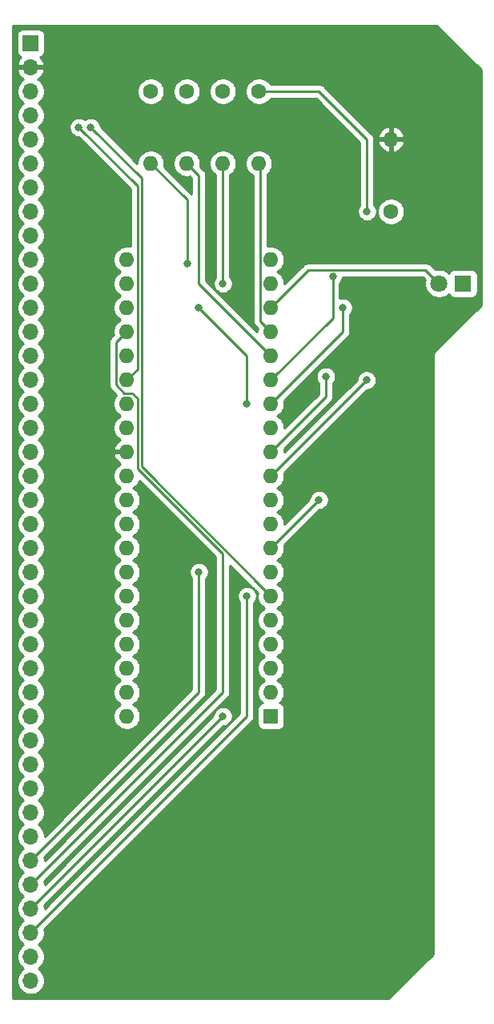
<source format=gbr>
%TF.GenerationSoftware,KiCad,Pcbnew,5.1.6-c6e7f7d~87~ubuntu18.04.1*%
%TF.CreationDate,2020-07-13T16:41:44+01:00*%
%TF.ProjectId,Z80_Rev2,5a38305f-5265-4763-922e-6b696361645f,rev?*%
%TF.SameCoordinates,Original*%
%TF.FileFunction,Copper,L2,Bot*%
%TF.FilePolarity,Positive*%
%FSLAX46Y46*%
G04 Gerber Fmt 4.6, Leading zero omitted, Abs format (unit mm)*
G04 Created by KiCad (PCBNEW 5.1.6-c6e7f7d~87~ubuntu18.04.1) date 2020-07-13 16:41:44*
%MOMM*%
%LPD*%
G01*
G04 APERTURE LIST*
%TA.AperFunction,ComponentPad*%
%ADD10O,1.600000X1.600000*%
%TD*%
%TA.AperFunction,ComponentPad*%
%ADD11R,1.600000X1.600000*%
%TD*%
%TA.AperFunction,ComponentPad*%
%ADD12C,1.600000*%
%TD*%
%TA.AperFunction,ComponentPad*%
%ADD13O,1.700000X1.700000*%
%TD*%
%TA.AperFunction,ComponentPad*%
%ADD14R,1.700000X1.700000*%
%TD*%
%TA.AperFunction,ComponentPad*%
%ADD15C,1.800000*%
%TD*%
%TA.AperFunction,ComponentPad*%
%ADD16R,1.800000X1.800000*%
%TD*%
%TA.AperFunction,ViaPad*%
%ADD17C,0.800000*%
%TD*%
%TA.AperFunction,Conductor*%
%ADD18C,0.250000*%
%TD*%
%TA.AperFunction,Conductor*%
%ADD19C,0.254000*%
%TD*%
G04 APERTURE END LIST*
D10*
%TO.P,U1,40*%
%TO.N,A10*%
X88900000Y-101600000D03*
%TO.P,U1,20*%
%TO.N,IORQ*%
X104140000Y-53340000D03*
%TO.P,U1,39*%
%TO.N,A9*%
X88900000Y-99060000D03*
%TO.P,U1,19*%
%TO.N,MREQ*%
X104140000Y-55880000D03*
%TO.P,U1,38*%
%TO.N,A8*%
X88900000Y-96520000D03*
%TO.P,U1,18*%
%TO.N,Net-(D1-Pad2)*%
X104140000Y-58420000D03*
%TO.P,U1,37*%
%TO.N,A7*%
X88900000Y-93980000D03*
%TO.P,U1,17*%
%TO.N,NMI*%
X104140000Y-60960000D03*
%TO.P,U1,36*%
%TO.N,A6*%
X88900000Y-91440000D03*
%TO.P,U1,16*%
%TO.N,INT*%
X104140000Y-63500000D03*
%TO.P,U1,35*%
%TO.N,A5*%
X88900000Y-88900000D03*
%TO.P,U1,15*%
%TO.N,D1*%
X104140000Y-66040000D03*
%TO.P,U1,34*%
%TO.N,A4*%
X88900000Y-86360000D03*
%TO.P,U1,14*%
%TO.N,D0*%
X104140000Y-68580000D03*
%TO.P,U1,33*%
%TO.N,A3*%
X88900000Y-83820000D03*
%TO.P,U1,13*%
%TO.N,D7*%
X104140000Y-71120000D03*
%TO.P,U1,32*%
%TO.N,A2*%
X88900000Y-81280000D03*
%TO.P,U1,12*%
%TO.N,D2*%
X104140000Y-73660000D03*
%TO.P,U1,31*%
%TO.N,A1*%
X88900000Y-78740000D03*
%TO.P,U1,11*%
%TO.N,+5V*%
X104140000Y-76200000D03*
%TO.P,U1,30*%
%TO.N,A0*%
X88900000Y-76200000D03*
%TO.P,U1,10*%
%TO.N,D6*%
X104140000Y-78740000D03*
%TO.P,U1,29*%
%TO.N,GND*%
X88900000Y-73660000D03*
%TO.P,U1,9*%
%TO.N,D5*%
X104140000Y-81280000D03*
%TO.P,U1,28*%
%TO.N,Net-(U1-Pad28)*%
X88900000Y-71120000D03*
%TO.P,U1,8*%
%TO.N,D3*%
X104140000Y-83820000D03*
%TO.P,U1,27*%
%TO.N,M1*%
X88900000Y-68580000D03*
%TO.P,U1,7*%
%TO.N,D4*%
X104140000Y-86360000D03*
%TO.P,U1,26*%
%TO.N,RESET*%
X88900000Y-66040000D03*
%TO.P,U1,6*%
%TO.N,CLK*%
X104140000Y-88900000D03*
%TO.P,U1,25*%
%TO.N,BUSREQ*%
X88900000Y-63500000D03*
%TO.P,U1,5*%
%TO.N,A15*%
X104140000Y-91440000D03*
%TO.P,U1,24*%
%TO.N,WAIT*%
X88900000Y-60960000D03*
%TO.P,U1,4*%
%TO.N,A14*%
X104140000Y-93980000D03*
%TO.P,U1,23*%
%TO.N,BUSACK*%
X88900000Y-58420000D03*
%TO.P,U1,3*%
%TO.N,A13*%
X104140000Y-96520000D03*
%TO.P,U1,22*%
%TO.N,WR*%
X88900000Y-55880000D03*
%TO.P,U1,2*%
%TO.N,A12*%
X104140000Y-99060000D03*
%TO.P,U1,21*%
%TO.N,RD*%
X88900000Y-53340000D03*
D11*
%TO.P,U1,1*%
%TO.N,A11*%
X104140000Y-101600000D03*
%TD*%
D10*
%TO.P,R5,2*%
%TO.N,GND*%
X116840000Y-40640000D03*
D12*
%TO.P,R5,1*%
%TO.N,Net-(D1-Pad1)*%
X116840000Y-48260000D03*
%TD*%
D10*
%TO.P,R4,2*%
%TO.N,BUSREQ*%
X99060000Y-43180000D03*
D12*
%TO.P,R4,1*%
%TO.N,+5V*%
X99060000Y-35560000D03*
%TD*%
D10*
%TO.P,R3,2*%
%TO.N,WAIT*%
X91440000Y-43180000D03*
D12*
%TO.P,R3,1*%
%TO.N,+5V*%
X91440000Y-35560000D03*
%TD*%
D10*
%TO.P,R2,2*%
%TO.N,INT*%
X95250000Y-43180000D03*
D12*
%TO.P,R2,1*%
%TO.N,+5V*%
X95250000Y-35560000D03*
%TD*%
D10*
%TO.P,R1,2*%
%TO.N,NMI*%
X102870000Y-43180000D03*
D12*
%TO.P,R1,1*%
%TO.N,+5V*%
X102870000Y-35560000D03*
%TD*%
D13*
%TO.P,J1,40*%
%TO.N,Net-(J1-Pad40)*%
X78740000Y-129540000D03*
%TO.P,J1,39*%
%TO.N,Net-(J1-Pad39)*%
X78740000Y-127000000D03*
%TO.P,J1,38*%
%TO.N,BUSACK*%
X78740000Y-124460000D03*
%TO.P,J1,37*%
%TO.N,BUSREQ*%
X78740000Y-121920000D03*
%TO.P,J1,36*%
%TO.N,WAIT*%
X78740000Y-119380000D03*
%TO.P,J1,35*%
%TO.N,NMI*%
X78740000Y-116840000D03*
%TO.P,J1,34*%
%TO.N,A15*%
X78740000Y-114300000D03*
%TO.P,J1,33*%
%TO.N,A14*%
X78740000Y-111760000D03*
%TO.P,J1,32*%
%TO.N,A13*%
X78740000Y-109220000D03*
%TO.P,J1,31*%
%TO.N,A12*%
X78740000Y-106680000D03*
%TO.P,J1,30*%
%TO.N,A11*%
X78740000Y-104140000D03*
%TO.P,J1,29*%
%TO.N,A10*%
X78740000Y-101600000D03*
%TO.P,J1,28*%
%TO.N,A9*%
X78740000Y-99060000D03*
%TO.P,J1,27*%
%TO.N,A8*%
X78740000Y-96520000D03*
%TO.P,J1,26*%
%TO.N,A7*%
X78740000Y-93980000D03*
%TO.P,J1,25*%
%TO.N,A6*%
X78740000Y-91440000D03*
%TO.P,J1,24*%
%TO.N,A5*%
X78740000Y-88900000D03*
%TO.P,J1,23*%
%TO.N,A4*%
X78740000Y-86360000D03*
%TO.P,J1,22*%
%TO.N,A3*%
X78740000Y-83820000D03*
%TO.P,J1,21*%
%TO.N,A2*%
X78740000Y-81280000D03*
%TO.P,J1,20*%
%TO.N,A1*%
X78740000Y-78740000D03*
%TO.P,J1,19*%
%TO.N,A0*%
X78740000Y-76200000D03*
%TO.P,J1,18*%
%TO.N,M1*%
X78740000Y-73660000D03*
%TO.P,J1,17*%
%TO.N,WR*%
X78740000Y-71120000D03*
%TO.P,J1,16*%
%TO.N,RD*%
X78740000Y-68580000D03*
%TO.P,J1,15*%
%TO.N,IORQ*%
X78740000Y-66040000D03*
%TO.P,J1,14*%
%TO.N,MREQ*%
X78740000Y-63500000D03*
%TO.P,J1,13*%
%TO.N,D7*%
X78740000Y-60960000D03*
%TO.P,J1,12*%
%TO.N,D6*%
X78740000Y-58420000D03*
%TO.P,J1,11*%
%TO.N,D5*%
X78740000Y-55880000D03*
%TO.P,J1,10*%
%TO.N,D4*%
X78740000Y-53340000D03*
%TO.P,J1,9*%
%TO.N,D3*%
X78740000Y-50800000D03*
%TO.P,J1,8*%
%TO.N,D2*%
X78740000Y-48260000D03*
%TO.P,J1,7*%
%TO.N,D1*%
X78740000Y-45720000D03*
%TO.P,J1,6*%
%TO.N,D0*%
X78740000Y-43180000D03*
%TO.P,J1,5*%
%TO.N,INT*%
X78740000Y-40640000D03*
%TO.P,J1,4*%
%TO.N,RESET*%
X78740000Y-38100000D03*
%TO.P,J1,3*%
%TO.N,CLK*%
X78740000Y-35560000D03*
%TO.P,J1,2*%
%TO.N,GND*%
X78740000Y-33020000D03*
D14*
%TO.P,J1,1*%
%TO.N,+5V*%
X78740000Y-30480000D03*
%TD*%
D15*
%TO.P,D1,2*%
%TO.N,Net-(D1-Pad2)*%
X121920000Y-55880000D03*
D16*
%TO.P,D1,1*%
%TO.N,Net-(D1-Pad1)*%
X124460000Y-55880000D03*
%TD*%
D17*
%TO.N,+5V*%
X114300000Y-48260000D03*
X114255001Y-66084999D03*
%TO.N,BUSACK*%
X101600000Y-88900000D03*
X101600000Y-68580000D03*
X96520000Y-58420000D03*
%TO.N,BUSREQ*%
X99060000Y-101600000D03*
X99060000Y-55880000D03*
%TO.N,WAIT*%
X95262059Y-53780109D03*
%TO.N,NMI*%
X96520000Y-86360000D03*
%TO.N,D3*%
X109220000Y-78740000D03*
%TO.N,D2*%
X109945000Y-65707180D03*
%TO.N,D1*%
X110670000Y-55164460D03*
%TO.N,D0*%
X111760000Y-58420000D03*
%TO.N,RESET*%
X83820000Y-39370000D03*
%TO.N,CLK*%
X85090000Y-39370000D03*
%TD*%
D18*
%TO.N,+5V*%
X105953002Y-35560000D02*
X102870000Y-35560000D01*
X104140000Y-76200000D02*
X114255001Y-66084999D01*
X102870000Y-35560000D02*
X109220000Y-35560000D01*
X109220000Y-35560000D02*
X114300000Y-40640000D01*
X114300000Y-40640000D02*
X114300000Y-48260000D01*
%TO.N,Net-(D1-Pad2)*%
X120479459Y-54439459D02*
X121920000Y-55880000D01*
X108120541Y-54439459D02*
X120479459Y-54439459D01*
X104140000Y-58420000D02*
X108120541Y-54439459D01*
%TO.N,BUSACK*%
X78740000Y-124460000D02*
X83820000Y-119380000D01*
X83820000Y-119380000D02*
X101600000Y-101600000D01*
X101600000Y-101600000D02*
X101600000Y-88900000D01*
X101600000Y-68580000D02*
X101600000Y-63500000D01*
X101600000Y-63500000D02*
X96520000Y-58420000D01*
%TO.N,BUSREQ*%
X78740000Y-121920000D02*
X99060000Y-101600000D01*
X99060000Y-43180000D02*
X99060000Y-55880000D01*
%TO.N,WAIT*%
X78740000Y-119380000D02*
X99060000Y-99060000D01*
X87774999Y-62085001D02*
X88900000Y-60960000D01*
X87774999Y-66580001D02*
X87774999Y-62085001D01*
X88649997Y-67454999D02*
X87774999Y-66580001D01*
X89440001Y-67454999D02*
X88649997Y-67454999D01*
X90025001Y-68039999D02*
X89440001Y-67454999D01*
X90025001Y-75421411D02*
X90025001Y-68039999D01*
X99060000Y-84456410D02*
X90025001Y-75421411D01*
X99060000Y-99060000D02*
X99060000Y-84456410D01*
X95262059Y-47002059D02*
X91440000Y-43180000D01*
X95262059Y-53780109D02*
X95262059Y-47002059D01*
%TO.N,NMI*%
X78740000Y-116840000D02*
X96520000Y-99060000D01*
X96520000Y-99060000D02*
X96520000Y-86360000D01*
X103014999Y-43324999D02*
X102870000Y-43180000D01*
X103014999Y-59834999D02*
X103014999Y-43324999D01*
X104140000Y-60960000D02*
X103014999Y-59834999D01*
%TO.N,D3*%
X104140000Y-83820000D02*
X109220000Y-78740000D01*
%TO.N,D2*%
X104140000Y-73660000D02*
X109945000Y-67855000D01*
X109945000Y-67855000D02*
X109945000Y-65707180D01*
%TO.N,D1*%
X104140000Y-66040000D02*
X110670000Y-59510000D01*
X110670000Y-59510000D02*
X110670000Y-55164460D01*
%TO.N,D0*%
X104140000Y-68580000D02*
X111760000Y-60960000D01*
X111760000Y-60960000D02*
X111760000Y-58420000D01*
%TO.N,INT*%
X104140000Y-63500000D02*
X96520000Y-55880000D01*
X96520000Y-44450000D02*
X95250000Y-43180000D01*
X96520000Y-55880000D02*
X96520000Y-44450000D01*
%TO.N,RESET*%
X90025001Y-64914999D02*
X90025001Y-49385001D01*
X88900000Y-66040000D02*
X90025001Y-64914999D01*
X90025001Y-49385001D02*
X90025001Y-45575001D01*
X90025001Y-45575001D02*
X83820000Y-39370000D01*
%TO.N,CLK*%
X90475011Y-75235011D02*
X104140000Y-88900000D01*
X90475011Y-47295011D02*
X90475011Y-75235011D01*
X90475011Y-47295011D02*
X90475011Y-44755011D01*
X90475011Y-44755011D02*
X85090000Y-39370000D01*
%TD*%
D19*
%TO.N,GND*%
G36*
X126340000Y-33293381D02*
G01*
X126340001Y-58146618D01*
X121476236Y-63010384D01*
X121451052Y-63031052D01*
X121430386Y-63056234D01*
X121368575Y-63131550D01*
X121327844Y-63207753D01*
X121307290Y-63246208D01*
X121269550Y-63370618D01*
X121260000Y-63467582D01*
X121260000Y-63467591D01*
X121256808Y-63500000D01*
X121260000Y-63532409D01*
X121260001Y-124427572D01*
X121260000Y-124427582D01*
X121260001Y-126726618D01*
X116566620Y-131420000D01*
X76860000Y-131420000D01*
X76860000Y-35413740D01*
X77255000Y-35413740D01*
X77255000Y-35706260D01*
X77312068Y-35993158D01*
X77424010Y-36263411D01*
X77586525Y-36506632D01*
X77793368Y-36713475D01*
X77967760Y-36830000D01*
X77793368Y-36946525D01*
X77586525Y-37153368D01*
X77424010Y-37396589D01*
X77312068Y-37666842D01*
X77255000Y-37953740D01*
X77255000Y-38246260D01*
X77312068Y-38533158D01*
X77424010Y-38803411D01*
X77586525Y-39046632D01*
X77793368Y-39253475D01*
X77967760Y-39370000D01*
X77793368Y-39486525D01*
X77586525Y-39693368D01*
X77424010Y-39936589D01*
X77312068Y-40206842D01*
X77255000Y-40493740D01*
X77255000Y-40786260D01*
X77312068Y-41073158D01*
X77424010Y-41343411D01*
X77586525Y-41586632D01*
X77793368Y-41793475D01*
X77967760Y-41910000D01*
X77793368Y-42026525D01*
X77586525Y-42233368D01*
X77424010Y-42476589D01*
X77312068Y-42746842D01*
X77255000Y-43033740D01*
X77255000Y-43326260D01*
X77312068Y-43613158D01*
X77424010Y-43883411D01*
X77586525Y-44126632D01*
X77793368Y-44333475D01*
X77967760Y-44450000D01*
X77793368Y-44566525D01*
X77586525Y-44773368D01*
X77424010Y-45016589D01*
X77312068Y-45286842D01*
X77255000Y-45573740D01*
X77255000Y-45866260D01*
X77312068Y-46153158D01*
X77424010Y-46423411D01*
X77586525Y-46666632D01*
X77793368Y-46873475D01*
X77967760Y-46990000D01*
X77793368Y-47106525D01*
X77586525Y-47313368D01*
X77424010Y-47556589D01*
X77312068Y-47826842D01*
X77255000Y-48113740D01*
X77255000Y-48406260D01*
X77312068Y-48693158D01*
X77424010Y-48963411D01*
X77586525Y-49206632D01*
X77793368Y-49413475D01*
X77967760Y-49530000D01*
X77793368Y-49646525D01*
X77586525Y-49853368D01*
X77424010Y-50096589D01*
X77312068Y-50366842D01*
X77255000Y-50653740D01*
X77255000Y-50946260D01*
X77312068Y-51233158D01*
X77424010Y-51503411D01*
X77586525Y-51746632D01*
X77793368Y-51953475D01*
X77967760Y-52070000D01*
X77793368Y-52186525D01*
X77586525Y-52393368D01*
X77424010Y-52636589D01*
X77312068Y-52906842D01*
X77255000Y-53193740D01*
X77255000Y-53486260D01*
X77312068Y-53773158D01*
X77424010Y-54043411D01*
X77586525Y-54286632D01*
X77793368Y-54493475D01*
X77967760Y-54610000D01*
X77793368Y-54726525D01*
X77586525Y-54933368D01*
X77424010Y-55176589D01*
X77312068Y-55446842D01*
X77255000Y-55733740D01*
X77255000Y-56026260D01*
X77312068Y-56313158D01*
X77424010Y-56583411D01*
X77586525Y-56826632D01*
X77793368Y-57033475D01*
X77967760Y-57150000D01*
X77793368Y-57266525D01*
X77586525Y-57473368D01*
X77424010Y-57716589D01*
X77312068Y-57986842D01*
X77255000Y-58273740D01*
X77255000Y-58566260D01*
X77312068Y-58853158D01*
X77424010Y-59123411D01*
X77586525Y-59366632D01*
X77793368Y-59573475D01*
X77967760Y-59690000D01*
X77793368Y-59806525D01*
X77586525Y-60013368D01*
X77424010Y-60256589D01*
X77312068Y-60526842D01*
X77255000Y-60813740D01*
X77255000Y-61106260D01*
X77312068Y-61393158D01*
X77424010Y-61663411D01*
X77586525Y-61906632D01*
X77793368Y-62113475D01*
X77967760Y-62230000D01*
X77793368Y-62346525D01*
X77586525Y-62553368D01*
X77424010Y-62796589D01*
X77312068Y-63066842D01*
X77255000Y-63353740D01*
X77255000Y-63646260D01*
X77312068Y-63933158D01*
X77424010Y-64203411D01*
X77586525Y-64446632D01*
X77793368Y-64653475D01*
X77967760Y-64770000D01*
X77793368Y-64886525D01*
X77586525Y-65093368D01*
X77424010Y-65336589D01*
X77312068Y-65606842D01*
X77255000Y-65893740D01*
X77255000Y-66186260D01*
X77312068Y-66473158D01*
X77424010Y-66743411D01*
X77586525Y-66986632D01*
X77793368Y-67193475D01*
X77967760Y-67310000D01*
X77793368Y-67426525D01*
X77586525Y-67633368D01*
X77424010Y-67876589D01*
X77312068Y-68146842D01*
X77255000Y-68433740D01*
X77255000Y-68726260D01*
X77312068Y-69013158D01*
X77424010Y-69283411D01*
X77586525Y-69526632D01*
X77793368Y-69733475D01*
X77967760Y-69850000D01*
X77793368Y-69966525D01*
X77586525Y-70173368D01*
X77424010Y-70416589D01*
X77312068Y-70686842D01*
X77255000Y-70973740D01*
X77255000Y-71266260D01*
X77312068Y-71553158D01*
X77424010Y-71823411D01*
X77586525Y-72066632D01*
X77793368Y-72273475D01*
X77967760Y-72390000D01*
X77793368Y-72506525D01*
X77586525Y-72713368D01*
X77424010Y-72956589D01*
X77312068Y-73226842D01*
X77255000Y-73513740D01*
X77255000Y-73806260D01*
X77312068Y-74093158D01*
X77424010Y-74363411D01*
X77586525Y-74606632D01*
X77793368Y-74813475D01*
X77967760Y-74930000D01*
X77793368Y-75046525D01*
X77586525Y-75253368D01*
X77424010Y-75496589D01*
X77312068Y-75766842D01*
X77255000Y-76053740D01*
X77255000Y-76346260D01*
X77312068Y-76633158D01*
X77424010Y-76903411D01*
X77586525Y-77146632D01*
X77793368Y-77353475D01*
X77967760Y-77470000D01*
X77793368Y-77586525D01*
X77586525Y-77793368D01*
X77424010Y-78036589D01*
X77312068Y-78306842D01*
X77255000Y-78593740D01*
X77255000Y-78886260D01*
X77312068Y-79173158D01*
X77424010Y-79443411D01*
X77586525Y-79686632D01*
X77793368Y-79893475D01*
X77967760Y-80010000D01*
X77793368Y-80126525D01*
X77586525Y-80333368D01*
X77424010Y-80576589D01*
X77312068Y-80846842D01*
X77255000Y-81133740D01*
X77255000Y-81426260D01*
X77312068Y-81713158D01*
X77424010Y-81983411D01*
X77586525Y-82226632D01*
X77793368Y-82433475D01*
X77967760Y-82550000D01*
X77793368Y-82666525D01*
X77586525Y-82873368D01*
X77424010Y-83116589D01*
X77312068Y-83386842D01*
X77255000Y-83673740D01*
X77255000Y-83966260D01*
X77312068Y-84253158D01*
X77424010Y-84523411D01*
X77586525Y-84766632D01*
X77793368Y-84973475D01*
X77967760Y-85090000D01*
X77793368Y-85206525D01*
X77586525Y-85413368D01*
X77424010Y-85656589D01*
X77312068Y-85926842D01*
X77255000Y-86213740D01*
X77255000Y-86506260D01*
X77312068Y-86793158D01*
X77424010Y-87063411D01*
X77586525Y-87306632D01*
X77793368Y-87513475D01*
X77967760Y-87630000D01*
X77793368Y-87746525D01*
X77586525Y-87953368D01*
X77424010Y-88196589D01*
X77312068Y-88466842D01*
X77255000Y-88753740D01*
X77255000Y-89046260D01*
X77312068Y-89333158D01*
X77424010Y-89603411D01*
X77586525Y-89846632D01*
X77793368Y-90053475D01*
X77967760Y-90170000D01*
X77793368Y-90286525D01*
X77586525Y-90493368D01*
X77424010Y-90736589D01*
X77312068Y-91006842D01*
X77255000Y-91293740D01*
X77255000Y-91586260D01*
X77312068Y-91873158D01*
X77424010Y-92143411D01*
X77586525Y-92386632D01*
X77793368Y-92593475D01*
X77967760Y-92710000D01*
X77793368Y-92826525D01*
X77586525Y-93033368D01*
X77424010Y-93276589D01*
X77312068Y-93546842D01*
X77255000Y-93833740D01*
X77255000Y-94126260D01*
X77312068Y-94413158D01*
X77424010Y-94683411D01*
X77586525Y-94926632D01*
X77793368Y-95133475D01*
X77967760Y-95250000D01*
X77793368Y-95366525D01*
X77586525Y-95573368D01*
X77424010Y-95816589D01*
X77312068Y-96086842D01*
X77255000Y-96373740D01*
X77255000Y-96666260D01*
X77312068Y-96953158D01*
X77424010Y-97223411D01*
X77586525Y-97466632D01*
X77793368Y-97673475D01*
X77967760Y-97790000D01*
X77793368Y-97906525D01*
X77586525Y-98113368D01*
X77424010Y-98356589D01*
X77312068Y-98626842D01*
X77255000Y-98913740D01*
X77255000Y-99206260D01*
X77312068Y-99493158D01*
X77424010Y-99763411D01*
X77586525Y-100006632D01*
X77793368Y-100213475D01*
X77967760Y-100330000D01*
X77793368Y-100446525D01*
X77586525Y-100653368D01*
X77424010Y-100896589D01*
X77312068Y-101166842D01*
X77255000Y-101453740D01*
X77255000Y-101746260D01*
X77312068Y-102033158D01*
X77424010Y-102303411D01*
X77586525Y-102546632D01*
X77793368Y-102753475D01*
X77967760Y-102870000D01*
X77793368Y-102986525D01*
X77586525Y-103193368D01*
X77424010Y-103436589D01*
X77312068Y-103706842D01*
X77255000Y-103993740D01*
X77255000Y-104286260D01*
X77312068Y-104573158D01*
X77424010Y-104843411D01*
X77586525Y-105086632D01*
X77793368Y-105293475D01*
X77967760Y-105410000D01*
X77793368Y-105526525D01*
X77586525Y-105733368D01*
X77424010Y-105976589D01*
X77312068Y-106246842D01*
X77255000Y-106533740D01*
X77255000Y-106826260D01*
X77312068Y-107113158D01*
X77424010Y-107383411D01*
X77586525Y-107626632D01*
X77793368Y-107833475D01*
X77967760Y-107950000D01*
X77793368Y-108066525D01*
X77586525Y-108273368D01*
X77424010Y-108516589D01*
X77312068Y-108786842D01*
X77255000Y-109073740D01*
X77255000Y-109366260D01*
X77312068Y-109653158D01*
X77424010Y-109923411D01*
X77586525Y-110166632D01*
X77793368Y-110373475D01*
X77967760Y-110490000D01*
X77793368Y-110606525D01*
X77586525Y-110813368D01*
X77424010Y-111056589D01*
X77312068Y-111326842D01*
X77255000Y-111613740D01*
X77255000Y-111906260D01*
X77312068Y-112193158D01*
X77424010Y-112463411D01*
X77586525Y-112706632D01*
X77793368Y-112913475D01*
X77967760Y-113030000D01*
X77793368Y-113146525D01*
X77586525Y-113353368D01*
X77424010Y-113596589D01*
X77312068Y-113866842D01*
X77255000Y-114153740D01*
X77255000Y-114446260D01*
X77312068Y-114733158D01*
X77424010Y-115003411D01*
X77586525Y-115246632D01*
X77793368Y-115453475D01*
X77967760Y-115570000D01*
X77793368Y-115686525D01*
X77586525Y-115893368D01*
X77424010Y-116136589D01*
X77312068Y-116406842D01*
X77255000Y-116693740D01*
X77255000Y-116986260D01*
X77312068Y-117273158D01*
X77424010Y-117543411D01*
X77586525Y-117786632D01*
X77793368Y-117993475D01*
X77967760Y-118110000D01*
X77793368Y-118226525D01*
X77586525Y-118433368D01*
X77424010Y-118676589D01*
X77312068Y-118946842D01*
X77255000Y-119233740D01*
X77255000Y-119526260D01*
X77312068Y-119813158D01*
X77424010Y-120083411D01*
X77586525Y-120326632D01*
X77793368Y-120533475D01*
X77967760Y-120650000D01*
X77793368Y-120766525D01*
X77586525Y-120973368D01*
X77424010Y-121216589D01*
X77312068Y-121486842D01*
X77255000Y-121773740D01*
X77255000Y-122066260D01*
X77312068Y-122353158D01*
X77424010Y-122623411D01*
X77586525Y-122866632D01*
X77793368Y-123073475D01*
X77967760Y-123190000D01*
X77793368Y-123306525D01*
X77586525Y-123513368D01*
X77424010Y-123756589D01*
X77312068Y-124026842D01*
X77255000Y-124313740D01*
X77255000Y-124606260D01*
X77312068Y-124893158D01*
X77424010Y-125163411D01*
X77586525Y-125406632D01*
X77793368Y-125613475D01*
X77967760Y-125730000D01*
X77793368Y-125846525D01*
X77586525Y-126053368D01*
X77424010Y-126296589D01*
X77312068Y-126566842D01*
X77255000Y-126853740D01*
X77255000Y-127146260D01*
X77312068Y-127433158D01*
X77424010Y-127703411D01*
X77586525Y-127946632D01*
X77793368Y-128153475D01*
X77967760Y-128270000D01*
X77793368Y-128386525D01*
X77586525Y-128593368D01*
X77424010Y-128836589D01*
X77312068Y-129106842D01*
X77255000Y-129393740D01*
X77255000Y-129686260D01*
X77312068Y-129973158D01*
X77424010Y-130243411D01*
X77586525Y-130486632D01*
X77793368Y-130693475D01*
X78036589Y-130855990D01*
X78306842Y-130967932D01*
X78593740Y-131025000D01*
X78886260Y-131025000D01*
X79173158Y-130967932D01*
X79443411Y-130855990D01*
X79686632Y-130693475D01*
X79893475Y-130486632D01*
X80055990Y-130243411D01*
X80167932Y-129973158D01*
X80225000Y-129686260D01*
X80225000Y-129393740D01*
X80167932Y-129106842D01*
X80055990Y-128836589D01*
X79893475Y-128593368D01*
X79686632Y-128386525D01*
X79512240Y-128270000D01*
X79686632Y-128153475D01*
X79893475Y-127946632D01*
X80055990Y-127703411D01*
X80167932Y-127433158D01*
X80225000Y-127146260D01*
X80225000Y-126853740D01*
X80167932Y-126566842D01*
X80055990Y-126296589D01*
X79893475Y-126053368D01*
X79686632Y-125846525D01*
X79512240Y-125730000D01*
X79686632Y-125613475D01*
X79893475Y-125406632D01*
X80055990Y-125163411D01*
X80167932Y-124893158D01*
X80225000Y-124606260D01*
X80225000Y-124313740D01*
X80181209Y-124093592D01*
X84383799Y-119891003D01*
X84383804Y-119890997D01*
X102111004Y-102163798D01*
X102140001Y-102140001D01*
X102227685Y-102033158D01*
X102234974Y-102024277D01*
X102305546Y-101892247D01*
X102305546Y-101892246D01*
X102349003Y-101748986D01*
X102360000Y-101637333D01*
X102360000Y-101637324D01*
X102363676Y-101600001D01*
X102360000Y-101562678D01*
X102360000Y-89603711D01*
X102403937Y-89559774D01*
X102517205Y-89390256D01*
X102595226Y-89201898D01*
X102635000Y-89001939D01*
X102635000Y-88798061D01*
X102595226Y-88598102D01*
X102517205Y-88409744D01*
X102403937Y-88240226D01*
X102259774Y-88096063D01*
X102090256Y-87982795D01*
X101901898Y-87904774D01*
X101701939Y-87865000D01*
X101498061Y-87865000D01*
X101298102Y-87904774D01*
X101109744Y-87982795D01*
X100940226Y-88096063D01*
X100796063Y-88240226D01*
X100682795Y-88409744D01*
X100604774Y-88598102D01*
X100565000Y-88798061D01*
X100565000Y-89001939D01*
X100604774Y-89201898D01*
X100682795Y-89390256D01*
X100796063Y-89559774D01*
X100840001Y-89603712D01*
X100840000Y-101285198D01*
X83309003Y-118816196D01*
X83308997Y-118816201D01*
X80225000Y-121900199D01*
X80225000Y-121773740D01*
X80181209Y-121553592D01*
X99099802Y-102635000D01*
X99161939Y-102635000D01*
X99361898Y-102595226D01*
X99550256Y-102517205D01*
X99719774Y-102403937D01*
X99863937Y-102259774D01*
X99977205Y-102090256D01*
X100055226Y-101901898D01*
X100095000Y-101701939D01*
X100095000Y-101498061D01*
X100055226Y-101298102D01*
X99977205Y-101109744D01*
X99863937Y-100940226D01*
X99719774Y-100796063D01*
X99550256Y-100682795D01*
X99361898Y-100604774D01*
X99161939Y-100565000D01*
X98958061Y-100565000D01*
X98758102Y-100604774D01*
X98569744Y-100682795D01*
X98400226Y-100796063D01*
X98256063Y-100940226D01*
X98142795Y-101109744D01*
X98064774Y-101298102D01*
X98025000Y-101498061D01*
X98025000Y-101560198D01*
X80225000Y-119360199D01*
X80225000Y-119233740D01*
X80181209Y-119013592D01*
X99571004Y-99623798D01*
X99600001Y-99600001D01*
X99694974Y-99484276D01*
X99765546Y-99352247D01*
X99809003Y-99208986D01*
X99820000Y-99097333D01*
X99820000Y-99097332D01*
X99823677Y-99060000D01*
X99820000Y-99022667D01*
X99820000Y-85654802D01*
X102741312Y-88576114D01*
X102705000Y-88758665D01*
X102705000Y-89041335D01*
X102760147Y-89318574D01*
X102868320Y-89579727D01*
X103025363Y-89814759D01*
X103225241Y-90014637D01*
X103457759Y-90170000D01*
X103225241Y-90325363D01*
X103025363Y-90525241D01*
X102868320Y-90760273D01*
X102760147Y-91021426D01*
X102705000Y-91298665D01*
X102705000Y-91581335D01*
X102760147Y-91858574D01*
X102868320Y-92119727D01*
X103025363Y-92354759D01*
X103225241Y-92554637D01*
X103457759Y-92710000D01*
X103225241Y-92865363D01*
X103025363Y-93065241D01*
X102868320Y-93300273D01*
X102760147Y-93561426D01*
X102705000Y-93838665D01*
X102705000Y-94121335D01*
X102760147Y-94398574D01*
X102868320Y-94659727D01*
X103025363Y-94894759D01*
X103225241Y-95094637D01*
X103457759Y-95250000D01*
X103225241Y-95405363D01*
X103025363Y-95605241D01*
X102868320Y-95840273D01*
X102760147Y-96101426D01*
X102705000Y-96378665D01*
X102705000Y-96661335D01*
X102760147Y-96938574D01*
X102868320Y-97199727D01*
X103025363Y-97434759D01*
X103225241Y-97634637D01*
X103457759Y-97790000D01*
X103225241Y-97945363D01*
X103025363Y-98145241D01*
X102868320Y-98380273D01*
X102760147Y-98641426D01*
X102705000Y-98918665D01*
X102705000Y-99201335D01*
X102760147Y-99478574D01*
X102868320Y-99739727D01*
X103025363Y-99974759D01*
X103223961Y-100173357D01*
X103215518Y-100174188D01*
X103095820Y-100210498D01*
X102985506Y-100269463D01*
X102888815Y-100348815D01*
X102809463Y-100445506D01*
X102750498Y-100555820D01*
X102714188Y-100675518D01*
X102701928Y-100800000D01*
X102701928Y-102400000D01*
X102714188Y-102524482D01*
X102750498Y-102644180D01*
X102809463Y-102754494D01*
X102888815Y-102851185D01*
X102985506Y-102930537D01*
X103095820Y-102989502D01*
X103215518Y-103025812D01*
X103340000Y-103038072D01*
X104940000Y-103038072D01*
X105064482Y-103025812D01*
X105184180Y-102989502D01*
X105294494Y-102930537D01*
X105391185Y-102851185D01*
X105470537Y-102754494D01*
X105529502Y-102644180D01*
X105565812Y-102524482D01*
X105578072Y-102400000D01*
X105578072Y-100800000D01*
X105565812Y-100675518D01*
X105529502Y-100555820D01*
X105470537Y-100445506D01*
X105391185Y-100348815D01*
X105294494Y-100269463D01*
X105184180Y-100210498D01*
X105064482Y-100174188D01*
X105056039Y-100173357D01*
X105254637Y-99974759D01*
X105411680Y-99739727D01*
X105519853Y-99478574D01*
X105575000Y-99201335D01*
X105575000Y-98918665D01*
X105519853Y-98641426D01*
X105411680Y-98380273D01*
X105254637Y-98145241D01*
X105054759Y-97945363D01*
X104822241Y-97790000D01*
X105054759Y-97634637D01*
X105254637Y-97434759D01*
X105411680Y-97199727D01*
X105519853Y-96938574D01*
X105575000Y-96661335D01*
X105575000Y-96378665D01*
X105519853Y-96101426D01*
X105411680Y-95840273D01*
X105254637Y-95605241D01*
X105054759Y-95405363D01*
X104822241Y-95250000D01*
X105054759Y-95094637D01*
X105254637Y-94894759D01*
X105411680Y-94659727D01*
X105519853Y-94398574D01*
X105575000Y-94121335D01*
X105575000Y-93838665D01*
X105519853Y-93561426D01*
X105411680Y-93300273D01*
X105254637Y-93065241D01*
X105054759Y-92865363D01*
X104822241Y-92710000D01*
X105054759Y-92554637D01*
X105254637Y-92354759D01*
X105411680Y-92119727D01*
X105519853Y-91858574D01*
X105575000Y-91581335D01*
X105575000Y-91298665D01*
X105519853Y-91021426D01*
X105411680Y-90760273D01*
X105254637Y-90525241D01*
X105054759Y-90325363D01*
X104822241Y-90170000D01*
X105054759Y-90014637D01*
X105254637Y-89814759D01*
X105411680Y-89579727D01*
X105519853Y-89318574D01*
X105575000Y-89041335D01*
X105575000Y-88758665D01*
X105519853Y-88481426D01*
X105411680Y-88220273D01*
X105254637Y-87985241D01*
X105054759Y-87785363D01*
X104822241Y-87630000D01*
X105054759Y-87474637D01*
X105254637Y-87274759D01*
X105411680Y-87039727D01*
X105519853Y-86778574D01*
X105575000Y-86501335D01*
X105575000Y-86218665D01*
X105519853Y-85941426D01*
X105411680Y-85680273D01*
X105254637Y-85445241D01*
X105054759Y-85245363D01*
X104822241Y-85090000D01*
X105054759Y-84934637D01*
X105254637Y-84734759D01*
X105411680Y-84499727D01*
X105519853Y-84238574D01*
X105575000Y-83961335D01*
X105575000Y-83678665D01*
X105538688Y-83496113D01*
X109259802Y-79775000D01*
X109321939Y-79775000D01*
X109521898Y-79735226D01*
X109710256Y-79657205D01*
X109879774Y-79543937D01*
X110023937Y-79399774D01*
X110137205Y-79230256D01*
X110215226Y-79041898D01*
X110255000Y-78841939D01*
X110255000Y-78638061D01*
X110215226Y-78438102D01*
X110137205Y-78249744D01*
X110023937Y-78080226D01*
X109879774Y-77936063D01*
X109710256Y-77822795D01*
X109521898Y-77744774D01*
X109321939Y-77705000D01*
X109118061Y-77705000D01*
X108918102Y-77744774D01*
X108729744Y-77822795D01*
X108560226Y-77936063D01*
X108416063Y-78080226D01*
X108302795Y-78249744D01*
X108224774Y-78438102D01*
X108185000Y-78638061D01*
X108185000Y-78700198D01*
X105575000Y-81310199D01*
X105575000Y-81138665D01*
X105519853Y-80861426D01*
X105411680Y-80600273D01*
X105254637Y-80365241D01*
X105054759Y-80165363D01*
X104822241Y-80010000D01*
X105054759Y-79854637D01*
X105254637Y-79654759D01*
X105411680Y-79419727D01*
X105519853Y-79158574D01*
X105575000Y-78881335D01*
X105575000Y-78598665D01*
X105519853Y-78321426D01*
X105411680Y-78060273D01*
X105254637Y-77825241D01*
X105054759Y-77625363D01*
X104822241Y-77470000D01*
X105054759Y-77314637D01*
X105254637Y-77114759D01*
X105411680Y-76879727D01*
X105519853Y-76618574D01*
X105575000Y-76341335D01*
X105575000Y-76058665D01*
X105538688Y-75876113D01*
X114294803Y-67119999D01*
X114356940Y-67119999D01*
X114556899Y-67080225D01*
X114745257Y-67002204D01*
X114914775Y-66888936D01*
X115058938Y-66744773D01*
X115172206Y-66575255D01*
X115250227Y-66386897D01*
X115290001Y-66186938D01*
X115290001Y-65983060D01*
X115250227Y-65783101D01*
X115172206Y-65594743D01*
X115058938Y-65425225D01*
X114914775Y-65281062D01*
X114745257Y-65167794D01*
X114556899Y-65089773D01*
X114356940Y-65049999D01*
X114153062Y-65049999D01*
X113953103Y-65089773D01*
X113764745Y-65167794D01*
X113595227Y-65281062D01*
X113451064Y-65425225D01*
X113337796Y-65594743D01*
X113259775Y-65783101D01*
X113220001Y-65983060D01*
X113220001Y-66045197D01*
X105575000Y-73690199D01*
X105575000Y-73518665D01*
X105538688Y-73336113D01*
X110456004Y-68418798D01*
X110485001Y-68395001D01*
X110579974Y-68279276D01*
X110650546Y-68147247D01*
X110694003Y-68003986D01*
X110705000Y-67892333D01*
X110705000Y-67892325D01*
X110708676Y-67855000D01*
X110705000Y-67817675D01*
X110705000Y-66410891D01*
X110748937Y-66366954D01*
X110862205Y-66197436D01*
X110940226Y-66009078D01*
X110980000Y-65809119D01*
X110980000Y-65605241D01*
X110940226Y-65405282D01*
X110862205Y-65216924D01*
X110748937Y-65047406D01*
X110604774Y-64903243D01*
X110435256Y-64789975D01*
X110246898Y-64711954D01*
X110046939Y-64672180D01*
X109843061Y-64672180D01*
X109643102Y-64711954D01*
X109454744Y-64789975D01*
X109285226Y-64903243D01*
X109141063Y-65047406D01*
X109027795Y-65216924D01*
X108949774Y-65405282D01*
X108910000Y-65605241D01*
X108910000Y-65809119D01*
X108949774Y-66009078D01*
X109027795Y-66197436D01*
X109141063Y-66366954D01*
X109185001Y-66410892D01*
X109185000Y-67540198D01*
X105575000Y-71150199D01*
X105575000Y-70978665D01*
X105519853Y-70701426D01*
X105411680Y-70440273D01*
X105254637Y-70205241D01*
X105054759Y-70005363D01*
X104822241Y-69850000D01*
X105054759Y-69694637D01*
X105254637Y-69494759D01*
X105411680Y-69259727D01*
X105519853Y-68998574D01*
X105575000Y-68721335D01*
X105575000Y-68438665D01*
X105538688Y-68256113D01*
X112271004Y-61523798D01*
X112300001Y-61500001D01*
X112394974Y-61384276D01*
X112465546Y-61252247D01*
X112509003Y-61108986D01*
X112520000Y-60997333D01*
X112520000Y-60997324D01*
X112523676Y-60960001D01*
X112520000Y-60922678D01*
X112520000Y-59123711D01*
X112563937Y-59079774D01*
X112677205Y-58910256D01*
X112755226Y-58721898D01*
X112795000Y-58521939D01*
X112795000Y-58318061D01*
X112755226Y-58118102D01*
X112677205Y-57929744D01*
X112563937Y-57760226D01*
X112419774Y-57616063D01*
X112250256Y-57502795D01*
X112061898Y-57424774D01*
X111861939Y-57385000D01*
X111658061Y-57385000D01*
X111458102Y-57424774D01*
X111430000Y-57436414D01*
X111430000Y-55868171D01*
X111473937Y-55824234D01*
X111587205Y-55654716D01*
X111665226Y-55466358D01*
X111705000Y-55266399D01*
X111705000Y-55199459D01*
X120164658Y-55199459D01*
X120436269Y-55471070D01*
X120385000Y-55728816D01*
X120385000Y-56031184D01*
X120443989Y-56327743D01*
X120559701Y-56607095D01*
X120727688Y-56858505D01*
X120941495Y-57072312D01*
X121192905Y-57240299D01*
X121472257Y-57356011D01*
X121768816Y-57415000D01*
X122071184Y-57415000D01*
X122367743Y-57356011D01*
X122647095Y-57240299D01*
X122898505Y-57072312D01*
X122964944Y-57005873D01*
X122970498Y-57024180D01*
X123029463Y-57134494D01*
X123108815Y-57231185D01*
X123205506Y-57310537D01*
X123315820Y-57369502D01*
X123435518Y-57405812D01*
X123560000Y-57418072D01*
X125360000Y-57418072D01*
X125484482Y-57405812D01*
X125604180Y-57369502D01*
X125714494Y-57310537D01*
X125811185Y-57231185D01*
X125890537Y-57134494D01*
X125949502Y-57024180D01*
X125985812Y-56904482D01*
X125998072Y-56780000D01*
X125998072Y-54980000D01*
X125985812Y-54855518D01*
X125949502Y-54735820D01*
X125890537Y-54625506D01*
X125811185Y-54528815D01*
X125714494Y-54449463D01*
X125604180Y-54390498D01*
X125484482Y-54354188D01*
X125360000Y-54341928D01*
X123560000Y-54341928D01*
X123435518Y-54354188D01*
X123315820Y-54390498D01*
X123205506Y-54449463D01*
X123108815Y-54528815D01*
X123029463Y-54625506D01*
X122970498Y-54735820D01*
X122964944Y-54754127D01*
X122898505Y-54687688D01*
X122647095Y-54519701D01*
X122367743Y-54403989D01*
X122071184Y-54345000D01*
X121768816Y-54345000D01*
X121511070Y-54396269D01*
X121043263Y-53928462D01*
X121019460Y-53899458D01*
X120903735Y-53804485D01*
X120771706Y-53733913D01*
X120628445Y-53690456D01*
X120516792Y-53679459D01*
X120516781Y-53679459D01*
X120479459Y-53675783D01*
X120442137Y-53679459D01*
X108157863Y-53679459D01*
X108120540Y-53675783D01*
X108083217Y-53679459D01*
X108083208Y-53679459D01*
X107971555Y-53690456D01*
X107828294Y-53733913D01*
X107696264Y-53804485D01*
X107612624Y-53873127D01*
X107580540Y-53899458D01*
X107556742Y-53928456D01*
X105575000Y-55910199D01*
X105575000Y-55738665D01*
X105519853Y-55461426D01*
X105411680Y-55200273D01*
X105254637Y-54965241D01*
X105054759Y-54765363D01*
X104822241Y-54610000D01*
X105054759Y-54454637D01*
X105254637Y-54254759D01*
X105411680Y-54019727D01*
X105519853Y-53758574D01*
X105575000Y-53481335D01*
X105575000Y-53198665D01*
X105519853Y-52921426D01*
X105411680Y-52660273D01*
X105254637Y-52425241D01*
X105054759Y-52225363D01*
X104819727Y-52068320D01*
X104558574Y-51960147D01*
X104281335Y-51905000D01*
X103998665Y-51905000D01*
X103774999Y-51949491D01*
X103774999Y-44301158D01*
X103784759Y-44294637D01*
X103984637Y-44094759D01*
X104141680Y-43859727D01*
X104249853Y-43598574D01*
X104305000Y-43321335D01*
X104305000Y-43038665D01*
X104249853Y-42761426D01*
X104141680Y-42500273D01*
X103984637Y-42265241D01*
X103784759Y-42065363D01*
X103549727Y-41908320D01*
X103288574Y-41800147D01*
X103011335Y-41745000D01*
X102728665Y-41745000D01*
X102451426Y-41800147D01*
X102190273Y-41908320D01*
X101955241Y-42065363D01*
X101755363Y-42265241D01*
X101598320Y-42500273D01*
X101490147Y-42761426D01*
X101435000Y-43038665D01*
X101435000Y-43321335D01*
X101490147Y-43598574D01*
X101598320Y-43859727D01*
X101755363Y-44094759D01*
X101955241Y-44294637D01*
X102190273Y-44451680D01*
X102255000Y-44478491D01*
X102254999Y-59797677D01*
X102251323Y-59834999D01*
X102254999Y-59872321D01*
X102254999Y-59872331D01*
X102265996Y-59983984D01*
X102284578Y-60045241D01*
X102309453Y-60127245D01*
X102380025Y-60259275D01*
X102391845Y-60273677D01*
X102474998Y-60375000D01*
X102504001Y-60398803D01*
X102741312Y-60636113D01*
X102705000Y-60818665D01*
X102705000Y-60990198D01*
X97280000Y-55565199D01*
X97280000Y-44487322D01*
X97283676Y-44449999D01*
X97280000Y-44412676D01*
X97280000Y-44412667D01*
X97269003Y-44301014D01*
X97225546Y-44157753D01*
X97154974Y-44025724D01*
X97060001Y-43909999D01*
X97031003Y-43886201D01*
X96648688Y-43503886D01*
X96685000Y-43321335D01*
X96685000Y-43038665D01*
X97625000Y-43038665D01*
X97625000Y-43321335D01*
X97680147Y-43598574D01*
X97788320Y-43859727D01*
X97945363Y-44094759D01*
X98145241Y-44294637D01*
X98300000Y-44398043D01*
X98300001Y-55176288D01*
X98256063Y-55220226D01*
X98142795Y-55389744D01*
X98064774Y-55578102D01*
X98025000Y-55778061D01*
X98025000Y-55981939D01*
X98064774Y-56181898D01*
X98142795Y-56370256D01*
X98256063Y-56539774D01*
X98400226Y-56683937D01*
X98569744Y-56797205D01*
X98758102Y-56875226D01*
X98958061Y-56915000D01*
X99161939Y-56915000D01*
X99361898Y-56875226D01*
X99550256Y-56797205D01*
X99719774Y-56683937D01*
X99863937Y-56539774D01*
X99977205Y-56370256D01*
X100055226Y-56181898D01*
X100095000Y-55981939D01*
X100095000Y-55778061D01*
X100055226Y-55578102D01*
X99977205Y-55389744D01*
X99863937Y-55220226D01*
X99820000Y-55176289D01*
X99820000Y-44398043D01*
X99974759Y-44294637D01*
X100174637Y-44094759D01*
X100331680Y-43859727D01*
X100439853Y-43598574D01*
X100495000Y-43321335D01*
X100495000Y-43038665D01*
X100439853Y-42761426D01*
X100331680Y-42500273D01*
X100174637Y-42265241D01*
X99974759Y-42065363D01*
X99739727Y-41908320D01*
X99478574Y-41800147D01*
X99201335Y-41745000D01*
X98918665Y-41745000D01*
X98641426Y-41800147D01*
X98380273Y-41908320D01*
X98145241Y-42065363D01*
X97945363Y-42265241D01*
X97788320Y-42500273D01*
X97680147Y-42761426D01*
X97625000Y-43038665D01*
X96685000Y-43038665D01*
X96629853Y-42761426D01*
X96521680Y-42500273D01*
X96364637Y-42265241D01*
X96164759Y-42065363D01*
X95929727Y-41908320D01*
X95668574Y-41800147D01*
X95391335Y-41745000D01*
X95108665Y-41745000D01*
X94831426Y-41800147D01*
X94570273Y-41908320D01*
X94335241Y-42065363D01*
X94135363Y-42265241D01*
X93978320Y-42500273D01*
X93870147Y-42761426D01*
X93815000Y-43038665D01*
X93815000Y-43321335D01*
X93870147Y-43598574D01*
X93978320Y-43859727D01*
X94135363Y-44094759D01*
X94335241Y-44294637D01*
X94570273Y-44451680D01*
X94831426Y-44559853D01*
X95108665Y-44615000D01*
X95391335Y-44615000D01*
X95573886Y-44578688D01*
X95760001Y-44764803D01*
X95760001Y-46425199D01*
X92838688Y-43503887D01*
X92875000Y-43321335D01*
X92875000Y-43038665D01*
X92819853Y-42761426D01*
X92711680Y-42500273D01*
X92554637Y-42265241D01*
X92354759Y-42065363D01*
X92119727Y-41908320D01*
X91858574Y-41800147D01*
X91581335Y-41745000D01*
X91298665Y-41745000D01*
X91021426Y-41800147D01*
X90760273Y-41908320D01*
X90525241Y-42065363D01*
X90325363Y-42265241D01*
X90168320Y-42500273D01*
X90060147Y-42761426D01*
X90005000Y-43038665D01*
X90005000Y-43210198D01*
X86125000Y-39330199D01*
X86125000Y-39268061D01*
X86085226Y-39068102D01*
X86007205Y-38879744D01*
X85893937Y-38710226D01*
X85749774Y-38566063D01*
X85580256Y-38452795D01*
X85391898Y-38374774D01*
X85191939Y-38335000D01*
X84988061Y-38335000D01*
X84788102Y-38374774D01*
X84599744Y-38452795D01*
X84455000Y-38549510D01*
X84310256Y-38452795D01*
X84121898Y-38374774D01*
X83921939Y-38335000D01*
X83718061Y-38335000D01*
X83518102Y-38374774D01*
X83329744Y-38452795D01*
X83160226Y-38566063D01*
X83016063Y-38710226D01*
X82902795Y-38879744D01*
X82824774Y-39068102D01*
X82785000Y-39268061D01*
X82785000Y-39471939D01*
X82824774Y-39671898D01*
X82902795Y-39860256D01*
X83016063Y-40029774D01*
X83160226Y-40173937D01*
X83329744Y-40287205D01*
X83518102Y-40365226D01*
X83718061Y-40405000D01*
X83780199Y-40405000D01*
X89265002Y-45889804D01*
X89265001Y-49422333D01*
X89265002Y-49422343D01*
X89265002Y-51949491D01*
X89041335Y-51905000D01*
X88758665Y-51905000D01*
X88481426Y-51960147D01*
X88220273Y-52068320D01*
X87985241Y-52225363D01*
X87785363Y-52425241D01*
X87628320Y-52660273D01*
X87520147Y-52921426D01*
X87465000Y-53198665D01*
X87465000Y-53481335D01*
X87520147Y-53758574D01*
X87628320Y-54019727D01*
X87785363Y-54254759D01*
X87985241Y-54454637D01*
X88217759Y-54610000D01*
X87985241Y-54765363D01*
X87785363Y-54965241D01*
X87628320Y-55200273D01*
X87520147Y-55461426D01*
X87465000Y-55738665D01*
X87465000Y-56021335D01*
X87520147Y-56298574D01*
X87628320Y-56559727D01*
X87785363Y-56794759D01*
X87985241Y-56994637D01*
X88217759Y-57150000D01*
X87985241Y-57305363D01*
X87785363Y-57505241D01*
X87628320Y-57740273D01*
X87520147Y-58001426D01*
X87465000Y-58278665D01*
X87465000Y-58561335D01*
X87520147Y-58838574D01*
X87628320Y-59099727D01*
X87785363Y-59334759D01*
X87985241Y-59534637D01*
X88217759Y-59690000D01*
X87985241Y-59845363D01*
X87785363Y-60045241D01*
X87628320Y-60280273D01*
X87520147Y-60541426D01*
X87465000Y-60818665D01*
X87465000Y-61101335D01*
X87501312Y-61283887D01*
X87263997Y-61521202D01*
X87234999Y-61545000D01*
X87211201Y-61573998D01*
X87211200Y-61573999D01*
X87140025Y-61660725D01*
X87069453Y-61792755D01*
X87025997Y-61936016D01*
X87011323Y-62085001D01*
X87015000Y-62122333D01*
X87014999Y-66542678D01*
X87011323Y-66580001D01*
X87014999Y-66617323D01*
X87014999Y-66617333D01*
X87025996Y-66728986D01*
X87048653Y-66803676D01*
X87069453Y-66872247D01*
X87140025Y-67004277D01*
X87161728Y-67030722D01*
X87234998Y-67120002D01*
X87264001Y-67143804D01*
X87785400Y-67665204D01*
X87785363Y-67665241D01*
X87628320Y-67900273D01*
X87520147Y-68161426D01*
X87465000Y-68438665D01*
X87465000Y-68721335D01*
X87520147Y-68998574D01*
X87628320Y-69259727D01*
X87785363Y-69494759D01*
X87985241Y-69694637D01*
X88217759Y-69850000D01*
X87985241Y-70005363D01*
X87785363Y-70205241D01*
X87628320Y-70440273D01*
X87520147Y-70701426D01*
X87465000Y-70978665D01*
X87465000Y-71261335D01*
X87520147Y-71538574D01*
X87628320Y-71799727D01*
X87785363Y-72034759D01*
X87985241Y-72234637D01*
X88220273Y-72391680D01*
X88230865Y-72396067D01*
X88044869Y-72507615D01*
X87836481Y-72696586D01*
X87668963Y-72922580D01*
X87548754Y-73176913D01*
X87508096Y-73310961D01*
X87630085Y-73533000D01*
X88773000Y-73533000D01*
X88773000Y-73513000D01*
X89027000Y-73513000D01*
X89027000Y-73533000D01*
X89047000Y-73533000D01*
X89047000Y-73787000D01*
X89027000Y-73787000D01*
X89027000Y-73807000D01*
X88773000Y-73807000D01*
X88773000Y-73787000D01*
X87630085Y-73787000D01*
X87508096Y-74009039D01*
X87548754Y-74143087D01*
X87668963Y-74397420D01*
X87836481Y-74623414D01*
X88044869Y-74812385D01*
X88230865Y-74923933D01*
X88220273Y-74928320D01*
X87985241Y-75085363D01*
X87785363Y-75285241D01*
X87628320Y-75520273D01*
X87520147Y-75781426D01*
X87465000Y-76058665D01*
X87465000Y-76341335D01*
X87520147Y-76618574D01*
X87628320Y-76879727D01*
X87785363Y-77114759D01*
X87985241Y-77314637D01*
X88217759Y-77470000D01*
X87985241Y-77625363D01*
X87785363Y-77825241D01*
X87628320Y-78060273D01*
X87520147Y-78321426D01*
X87465000Y-78598665D01*
X87465000Y-78881335D01*
X87520147Y-79158574D01*
X87628320Y-79419727D01*
X87785363Y-79654759D01*
X87985241Y-79854637D01*
X88217759Y-80010000D01*
X87985241Y-80165363D01*
X87785363Y-80365241D01*
X87628320Y-80600273D01*
X87520147Y-80861426D01*
X87465000Y-81138665D01*
X87465000Y-81421335D01*
X87520147Y-81698574D01*
X87628320Y-81959727D01*
X87785363Y-82194759D01*
X87985241Y-82394637D01*
X88217759Y-82550000D01*
X87985241Y-82705363D01*
X87785363Y-82905241D01*
X87628320Y-83140273D01*
X87520147Y-83401426D01*
X87465000Y-83678665D01*
X87465000Y-83961335D01*
X87520147Y-84238574D01*
X87628320Y-84499727D01*
X87785363Y-84734759D01*
X87985241Y-84934637D01*
X88217759Y-85090000D01*
X87985241Y-85245363D01*
X87785363Y-85445241D01*
X87628320Y-85680273D01*
X87520147Y-85941426D01*
X87465000Y-86218665D01*
X87465000Y-86501335D01*
X87520147Y-86778574D01*
X87628320Y-87039727D01*
X87785363Y-87274759D01*
X87985241Y-87474637D01*
X88217759Y-87630000D01*
X87985241Y-87785363D01*
X87785363Y-87985241D01*
X87628320Y-88220273D01*
X87520147Y-88481426D01*
X87465000Y-88758665D01*
X87465000Y-89041335D01*
X87520147Y-89318574D01*
X87628320Y-89579727D01*
X87785363Y-89814759D01*
X87985241Y-90014637D01*
X88217759Y-90170000D01*
X87985241Y-90325363D01*
X87785363Y-90525241D01*
X87628320Y-90760273D01*
X87520147Y-91021426D01*
X87465000Y-91298665D01*
X87465000Y-91581335D01*
X87520147Y-91858574D01*
X87628320Y-92119727D01*
X87785363Y-92354759D01*
X87985241Y-92554637D01*
X88217759Y-92710000D01*
X87985241Y-92865363D01*
X87785363Y-93065241D01*
X87628320Y-93300273D01*
X87520147Y-93561426D01*
X87465000Y-93838665D01*
X87465000Y-94121335D01*
X87520147Y-94398574D01*
X87628320Y-94659727D01*
X87785363Y-94894759D01*
X87985241Y-95094637D01*
X88217759Y-95250000D01*
X87985241Y-95405363D01*
X87785363Y-95605241D01*
X87628320Y-95840273D01*
X87520147Y-96101426D01*
X87465000Y-96378665D01*
X87465000Y-96661335D01*
X87520147Y-96938574D01*
X87628320Y-97199727D01*
X87785363Y-97434759D01*
X87985241Y-97634637D01*
X88217759Y-97790000D01*
X87985241Y-97945363D01*
X87785363Y-98145241D01*
X87628320Y-98380273D01*
X87520147Y-98641426D01*
X87465000Y-98918665D01*
X87465000Y-99201335D01*
X87520147Y-99478574D01*
X87628320Y-99739727D01*
X87785363Y-99974759D01*
X87985241Y-100174637D01*
X88217759Y-100330000D01*
X87985241Y-100485363D01*
X87785363Y-100685241D01*
X87628320Y-100920273D01*
X87520147Y-101181426D01*
X87465000Y-101458665D01*
X87465000Y-101741335D01*
X87520147Y-102018574D01*
X87628320Y-102279727D01*
X87785363Y-102514759D01*
X87985241Y-102714637D01*
X88220273Y-102871680D01*
X88481426Y-102979853D01*
X88758665Y-103035000D01*
X89041335Y-103035000D01*
X89318574Y-102979853D01*
X89579727Y-102871680D01*
X89814759Y-102714637D01*
X90014637Y-102514759D01*
X90171680Y-102279727D01*
X90279853Y-102018574D01*
X90335000Y-101741335D01*
X90335000Y-101458665D01*
X90279853Y-101181426D01*
X90171680Y-100920273D01*
X90014637Y-100685241D01*
X89814759Y-100485363D01*
X89582241Y-100330000D01*
X89814759Y-100174637D01*
X90014637Y-99974759D01*
X90171680Y-99739727D01*
X90279853Y-99478574D01*
X90335000Y-99201335D01*
X90335000Y-98918665D01*
X90279853Y-98641426D01*
X90171680Y-98380273D01*
X90014637Y-98145241D01*
X89814759Y-97945363D01*
X89582241Y-97790000D01*
X89814759Y-97634637D01*
X90014637Y-97434759D01*
X90171680Y-97199727D01*
X90279853Y-96938574D01*
X90335000Y-96661335D01*
X90335000Y-96378665D01*
X90279853Y-96101426D01*
X90171680Y-95840273D01*
X90014637Y-95605241D01*
X89814759Y-95405363D01*
X89582241Y-95250000D01*
X89814759Y-95094637D01*
X90014637Y-94894759D01*
X90171680Y-94659727D01*
X90279853Y-94398574D01*
X90335000Y-94121335D01*
X90335000Y-93838665D01*
X90279853Y-93561426D01*
X90171680Y-93300273D01*
X90014637Y-93065241D01*
X89814759Y-92865363D01*
X89582241Y-92710000D01*
X89814759Y-92554637D01*
X90014637Y-92354759D01*
X90171680Y-92119727D01*
X90279853Y-91858574D01*
X90335000Y-91581335D01*
X90335000Y-91298665D01*
X90279853Y-91021426D01*
X90171680Y-90760273D01*
X90014637Y-90525241D01*
X89814759Y-90325363D01*
X89582241Y-90170000D01*
X89814759Y-90014637D01*
X90014637Y-89814759D01*
X90171680Y-89579727D01*
X90279853Y-89318574D01*
X90335000Y-89041335D01*
X90335000Y-88758665D01*
X90279853Y-88481426D01*
X90171680Y-88220273D01*
X90014637Y-87985241D01*
X89814759Y-87785363D01*
X89582241Y-87630000D01*
X89814759Y-87474637D01*
X90014637Y-87274759D01*
X90171680Y-87039727D01*
X90279853Y-86778574D01*
X90335000Y-86501335D01*
X90335000Y-86218665D01*
X90279853Y-85941426D01*
X90171680Y-85680273D01*
X90014637Y-85445241D01*
X89814759Y-85245363D01*
X89582241Y-85090000D01*
X89814759Y-84934637D01*
X90014637Y-84734759D01*
X90171680Y-84499727D01*
X90279853Y-84238574D01*
X90335000Y-83961335D01*
X90335000Y-83678665D01*
X90279853Y-83401426D01*
X90171680Y-83140273D01*
X90014637Y-82905241D01*
X89814759Y-82705363D01*
X89582241Y-82550000D01*
X89814759Y-82394637D01*
X90014637Y-82194759D01*
X90171680Y-81959727D01*
X90279853Y-81698574D01*
X90335000Y-81421335D01*
X90335000Y-81138665D01*
X90279853Y-80861426D01*
X90171680Y-80600273D01*
X90014637Y-80365241D01*
X89814759Y-80165363D01*
X89582241Y-80010000D01*
X89814759Y-79854637D01*
X90014637Y-79654759D01*
X90171680Y-79419727D01*
X90279853Y-79158574D01*
X90335000Y-78881335D01*
X90335000Y-78598665D01*
X90279853Y-78321426D01*
X90171680Y-78060273D01*
X90014637Y-77825241D01*
X89814759Y-77625363D01*
X89582241Y-77470000D01*
X89814759Y-77314637D01*
X90014637Y-77114759D01*
X90171680Y-76879727D01*
X90241048Y-76712259D01*
X98300001Y-84771213D01*
X98300000Y-98745198D01*
X80225000Y-116820199D01*
X80225000Y-116693740D01*
X80181209Y-116473592D01*
X97031004Y-99623798D01*
X97060001Y-99600001D01*
X97147685Y-99493158D01*
X97154974Y-99484277D01*
X97225546Y-99352247D01*
X97225546Y-99352246D01*
X97269003Y-99208986D01*
X97280000Y-99097333D01*
X97280000Y-99097324D01*
X97283676Y-99060001D01*
X97280000Y-99022678D01*
X97280000Y-87063711D01*
X97323937Y-87019774D01*
X97437205Y-86850256D01*
X97515226Y-86661898D01*
X97555000Y-86461939D01*
X97555000Y-86258061D01*
X97515226Y-86058102D01*
X97437205Y-85869744D01*
X97323937Y-85700226D01*
X97179774Y-85556063D01*
X97010256Y-85442795D01*
X96821898Y-85364774D01*
X96621939Y-85325000D01*
X96418061Y-85325000D01*
X96218102Y-85364774D01*
X96029744Y-85442795D01*
X95860226Y-85556063D01*
X95716063Y-85700226D01*
X95602795Y-85869744D01*
X95524774Y-86058102D01*
X95485000Y-86258061D01*
X95485000Y-86461939D01*
X95524774Y-86661898D01*
X95602795Y-86850256D01*
X95716063Y-87019774D01*
X95760001Y-87063712D01*
X95760000Y-98745198D01*
X80225000Y-114280199D01*
X80225000Y-114153740D01*
X80167932Y-113866842D01*
X80055990Y-113596589D01*
X79893475Y-113353368D01*
X79686632Y-113146525D01*
X79512240Y-113030000D01*
X79686632Y-112913475D01*
X79893475Y-112706632D01*
X80055990Y-112463411D01*
X80167932Y-112193158D01*
X80225000Y-111906260D01*
X80225000Y-111613740D01*
X80167932Y-111326842D01*
X80055990Y-111056589D01*
X79893475Y-110813368D01*
X79686632Y-110606525D01*
X79512240Y-110490000D01*
X79686632Y-110373475D01*
X79893475Y-110166632D01*
X80055990Y-109923411D01*
X80167932Y-109653158D01*
X80225000Y-109366260D01*
X80225000Y-109073740D01*
X80167932Y-108786842D01*
X80055990Y-108516589D01*
X79893475Y-108273368D01*
X79686632Y-108066525D01*
X79512240Y-107950000D01*
X79686632Y-107833475D01*
X79893475Y-107626632D01*
X80055990Y-107383411D01*
X80167932Y-107113158D01*
X80225000Y-106826260D01*
X80225000Y-106533740D01*
X80167932Y-106246842D01*
X80055990Y-105976589D01*
X79893475Y-105733368D01*
X79686632Y-105526525D01*
X79512240Y-105410000D01*
X79686632Y-105293475D01*
X79893475Y-105086632D01*
X80055990Y-104843411D01*
X80167932Y-104573158D01*
X80225000Y-104286260D01*
X80225000Y-103993740D01*
X80167932Y-103706842D01*
X80055990Y-103436589D01*
X79893475Y-103193368D01*
X79686632Y-102986525D01*
X79512240Y-102870000D01*
X79686632Y-102753475D01*
X79893475Y-102546632D01*
X80055990Y-102303411D01*
X80167932Y-102033158D01*
X80225000Y-101746260D01*
X80225000Y-101453740D01*
X80167932Y-101166842D01*
X80055990Y-100896589D01*
X79893475Y-100653368D01*
X79686632Y-100446525D01*
X79512240Y-100330000D01*
X79686632Y-100213475D01*
X79893475Y-100006632D01*
X80055990Y-99763411D01*
X80167932Y-99493158D01*
X80225000Y-99206260D01*
X80225000Y-98913740D01*
X80167932Y-98626842D01*
X80055990Y-98356589D01*
X79893475Y-98113368D01*
X79686632Y-97906525D01*
X79512240Y-97790000D01*
X79686632Y-97673475D01*
X79893475Y-97466632D01*
X80055990Y-97223411D01*
X80167932Y-96953158D01*
X80225000Y-96666260D01*
X80225000Y-96373740D01*
X80167932Y-96086842D01*
X80055990Y-95816589D01*
X79893475Y-95573368D01*
X79686632Y-95366525D01*
X79512240Y-95250000D01*
X79686632Y-95133475D01*
X79893475Y-94926632D01*
X80055990Y-94683411D01*
X80167932Y-94413158D01*
X80225000Y-94126260D01*
X80225000Y-93833740D01*
X80167932Y-93546842D01*
X80055990Y-93276589D01*
X79893475Y-93033368D01*
X79686632Y-92826525D01*
X79512240Y-92710000D01*
X79686632Y-92593475D01*
X79893475Y-92386632D01*
X80055990Y-92143411D01*
X80167932Y-91873158D01*
X80225000Y-91586260D01*
X80225000Y-91293740D01*
X80167932Y-91006842D01*
X80055990Y-90736589D01*
X79893475Y-90493368D01*
X79686632Y-90286525D01*
X79512240Y-90170000D01*
X79686632Y-90053475D01*
X79893475Y-89846632D01*
X80055990Y-89603411D01*
X80167932Y-89333158D01*
X80225000Y-89046260D01*
X80225000Y-88753740D01*
X80167932Y-88466842D01*
X80055990Y-88196589D01*
X79893475Y-87953368D01*
X79686632Y-87746525D01*
X79512240Y-87630000D01*
X79686632Y-87513475D01*
X79893475Y-87306632D01*
X80055990Y-87063411D01*
X80167932Y-86793158D01*
X80225000Y-86506260D01*
X80225000Y-86213740D01*
X80167932Y-85926842D01*
X80055990Y-85656589D01*
X79893475Y-85413368D01*
X79686632Y-85206525D01*
X79512240Y-85090000D01*
X79686632Y-84973475D01*
X79893475Y-84766632D01*
X80055990Y-84523411D01*
X80167932Y-84253158D01*
X80225000Y-83966260D01*
X80225000Y-83673740D01*
X80167932Y-83386842D01*
X80055990Y-83116589D01*
X79893475Y-82873368D01*
X79686632Y-82666525D01*
X79512240Y-82550000D01*
X79686632Y-82433475D01*
X79893475Y-82226632D01*
X80055990Y-81983411D01*
X80167932Y-81713158D01*
X80225000Y-81426260D01*
X80225000Y-81133740D01*
X80167932Y-80846842D01*
X80055990Y-80576589D01*
X79893475Y-80333368D01*
X79686632Y-80126525D01*
X79512240Y-80010000D01*
X79686632Y-79893475D01*
X79893475Y-79686632D01*
X80055990Y-79443411D01*
X80167932Y-79173158D01*
X80225000Y-78886260D01*
X80225000Y-78593740D01*
X80167932Y-78306842D01*
X80055990Y-78036589D01*
X79893475Y-77793368D01*
X79686632Y-77586525D01*
X79512240Y-77470000D01*
X79686632Y-77353475D01*
X79893475Y-77146632D01*
X80055990Y-76903411D01*
X80167932Y-76633158D01*
X80225000Y-76346260D01*
X80225000Y-76053740D01*
X80167932Y-75766842D01*
X80055990Y-75496589D01*
X79893475Y-75253368D01*
X79686632Y-75046525D01*
X79512240Y-74930000D01*
X79686632Y-74813475D01*
X79893475Y-74606632D01*
X80055990Y-74363411D01*
X80167932Y-74093158D01*
X80225000Y-73806260D01*
X80225000Y-73513740D01*
X80167932Y-73226842D01*
X80055990Y-72956589D01*
X79893475Y-72713368D01*
X79686632Y-72506525D01*
X79512240Y-72390000D01*
X79686632Y-72273475D01*
X79893475Y-72066632D01*
X80055990Y-71823411D01*
X80167932Y-71553158D01*
X80225000Y-71266260D01*
X80225000Y-70973740D01*
X80167932Y-70686842D01*
X80055990Y-70416589D01*
X79893475Y-70173368D01*
X79686632Y-69966525D01*
X79512240Y-69850000D01*
X79686632Y-69733475D01*
X79893475Y-69526632D01*
X80055990Y-69283411D01*
X80167932Y-69013158D01*
X80225000Y-68726260D01*
X80225000Y-68433740D01*
X80167932Y-68146842D01*
X80055990Y-67876589D01*
X79893475Y-67633368D01*
X79686632Y-67426525D01*
X79512240Y-67310000D01*
X79686632Y-67193475D01*
X79893475Y-66986632D01*
X80055990Y-66743411D01*
X80167932Y-66473158D01*
X80225000Y-66186260D01*
X80225000Y-65893740D01*
X80167932Y-65606842D01*
X80055990Y-65336589D01*
X79893475Y-65093368D01*
X79686632Y-64886525D01*
X79512240Y-64770000D01*
X79686632Y-64653475D01*
X79893475Y-64446632D01*
X80055990Y-64203411D01*
X80167932Y-63933158D01*
X80225000Y-63646260D01*
X80225000Y-63353740D01*
X80167932Y-63066842D01*
X80055990Y-62796589D01*
X79893475Y-62553368D01*
X79686632Y-62346525D01*
X79512240Y-62230000D01*
X79686632Y-62113475D01*
X79893475Y-61906632D01*
X80055990Y-61663411D01*
X80167932Y-61393158D01*
X80225000Y-61106260D01*
X80225000Y-60813740D01*
X80167932Y-60526842D01*
X80055990Y-60256589D01*
X79893475Y-60013368D01*
X79686632Y-59806525D01*
X79512240Y-59690000D01*
X79686632Y-59573475D01*
X79893475Y-59366632D01*
X80055990Y-59123411D01*
X80167932Y-58853158D01*
X80225000Y-58566260D01*
X80225000Y-58273740D01*
X80167932Y-57986842D01*
X80055990Y-57716589D01*
X79893475Y-57473368D01*
X79686632Y-57266525D01*
X79512240Y-57150000D01*
X79686632Y-57033475D01*
X79893475Y-56826632D01*
X80055990Y-56583411D01*
X80167932Y-56313158D01*
X80225000Y-56026260D01*
X80225000Y-55733740D01*
X80167932Y-55446842D01*
X80055990Y-55176589D01*
X79893475Y-54933368D01*
X79686632Y-54726525D01*
X79512240Y-54610000D01*
X79686632Y-54493475D01*
X79893475Y-54286632D01*
X80055990Y-54043411D01*
X80167932Y-53773158D01*
X80225000Y-53486260D01*
X80225000Y-53193740D01*
X80167932Y-52906842D01*
X80055990Y-52636589D01*
X79893475Y-52393368D01*
X79686632Y-52186525D01*
X79512240Y-52070000D01*
X79686632Y-51953475D01*
X79893475Y-51746632D01*
X80055990Y-51503411D01*
X80167932Y-51233158D01*
X80225000Y-50946260D01*
X80225000Y-50653740D01*
X80167932Y-50366842D01*
X80055990Y-50096589D01*
X79893475Y-49853368D01*
X79686632Y-49646525D01*
X79512240Y-49530000D01*
X79686632Y-49413475D01*
X79893475Y-49206632D01*
X80055990Y-48963411D01*
X80167932Y-48693158D01*
X80225000Y-48406260D01*
X80225000Y-48113740D01*
X80167932Y-47826842D01*
X80055990Y-47556589D01*
X79893475Y-47313368D01*
X79686632Y-47106525D01*
X79512240Y-46990000D01*
X79686632Y-46873475D01*
X79893475Y-46666632D01*
X80055990Y-46423411D01*
X80167932Y-46153158D01*
X80225000Y-45866260D01*
X80225000Y-45573740D01*
X80167932Y-45286842D01*
X80055990Y-45016589D01*
X79893475Y-44773368D01*
X79686632Y-44566525D01*
X79512240Y-44450000D01*
X79686632Y-44333475D01*
X79893475Y-44126632D01*
X80055990Y-43883411D01*
X80167932Y-43613158D01*
X80225000Y-43326260D01*
X80225000Y-43033740D01*
X80167932Y-42746842D01*
X80055990Y-42476589D01*
X79893475Y-42233368D01*
X79686632Y-42026525D01*
X79512240Y-41910000D01*
X79686632Y-41793475D01*
X79893475Y-41586632D01*
X80055990Y-41343411D01*
X80167932Y-41073158D01*
X80225000Y-40786260D01*
X80225000Y-40493740D01*
X80167932Y-40206842D01*
X80055990Y-39936589D01*
X79893475Y-39693368D01*
X79686632Y-39486525D01*
X79512240Y-39370000D01*
X79686632Y-39253475D01*
X79893475Y-39046632D01*
X80055990Y-38803411D01*
X80167932Y-38533158D01*
X80225000Y-38246260D01*
X80225000Y-37953740D01*
X80167932Y-37666842D01*
X80055990Y-37396589D01*
X79893475Y-37153368D01*
X79686632Y-36946525D01*
X79512240Y-36830000D01*
X79686632Y-36713475D01*
X79893475Y-36506632D01*
X80055990Y-36263411D01*
X80167932Y-35993158D01*
X80225000Y-35706260D01*
X80225000Y-35418665D01*
X90005000Y-35418665D01*
X90005000Y-35701335D01*
X90060147Y-35978574D01*
X90168320Y-36239727D01*
X90325363Y-36474759D01*
X90525241Y-36674637D01*
X90760273Y-36831680D01*
X91021426Y-36939853D01*
X91298665Y-36995000D01*
X91581335Y-36995000D01*
X91858574Y-36939853D01*
X92119727Y-36831680D01*
X92354759Y-36674637D01*
X92554637Y-36474759D01*
X92711680Y-36239727D01*
X92819853Y-35978574D01*
X92875000Y-35701335D01*
X92875000Y-35418665D01*
X93815000Y-35418665D01*
X93815000Y-35701335D01*
X93870147Y-35978574D01*
X93978320Y-36239727D01*
X94135363Y-36474759D01*
X94335241Y-36674637D01*
X94570273Y-36831680D01*
X94831426Y-36939853D01*
X95108665Y-36995000D01*
X95391335Y-36995000D01*
X95668574Y-36939853D01*
X95929727Y-36831680D01*
X96164759Y-36674637D01*
X96364637Y-36474759D01*
X96521680Y-36239727D01*
X96629853Y-35978574D01*
X96685000Y-35701335D01*
X96685000Y-35418665D01*
X97625000Y-35418665D01*
X97625000Y-35701335D01*
X97680147Y-35978574D01*
X97788320Y-36239727D01*
X97945363Y-36474759D01*
X98145241Y-36674637D01*
X98380273Y-36831680D01*
X98641426Y-36939853D01*
X98918665Y-36995000D01*
X99201335Y-36995000D01*
X99478574Y-36939853D01*
X99739727Y-36831680D01*
X99974759Y-36674637D01*
X100174637Y-36474759D01*
X100331680Y-36239727D01*
X100439853Y-35978574D01*
X100495000Y-35701335D01*
X100495000Y-35418665D01*
X101435000Y-35418665D01*
X101435000Y-35701335D01*
X101490147Y-35978574D01*
X101598320Y-36239727D01*
X101755363Y-36474759D01*
X101955241Y-36674637D01*
X102190273Y-36831680D01*
X102451426Y-36939853D01*
X102728665Y-36995000D01*
X103011335Y-36995000D01*
X103288574Y-36939853D01*
X103549727Y-36831680D01*
X103784759Y-36674637D01*
X103984637Y-36474759D01*
X104088043Y-36320000D01*
X108905199Y-36320000D01*
X113540000Y-40954802D01*
X113540001Y-47556288D01*
X113496063Y-47600226D01*
X113382795Y-47769744D01*
X113304774Y-47958102D01*
X113265000Y-48158061D01*
X113265000Y-48361939D01*
X113304774Y-48561898D01*
X113382795Y-48750256D01*
X113496063Y-48919774D01*
X113640226Y-49063937D01*
X113809744Y-49177205D01*
X113998102Y-49255226D01*
X114198061Y-49295000D01*
X114401939Y-49295000D01*
X114601898Y-49255226D01*
X114790256Y-49177205D01*
X114959774Y-49063937D01*
X115103937Y-48919774D01*
X115217205Y-48750256D01*
X115295226Y-48561898D01*
X115335000Y-48361939D01*
X115335000Y-48158061D01*
X115327164Y-48118665D01*
X115405000Y-48118665D01*
X115405000Y-48401335D01*
X115460147Y-48678574D01*
X115568320Y-48939727D01*
X115725363Y-49174759D01*
X115925241Y-49374637D01*
X116160273Y-49531680D01*
X116421426Y-49639853D01*
X116698665Y-49695000D01*
X116981335Y-49695000D01*
X117258574Y-49639853D01*
X117519727Y-49531680D01*
X117754759Y-49374637D01*
X117954637Y-49174759D01*
X118111680Y-48939727D01*
X118219853Y-48678574D01*
X118275000Y-48401335D01*
X118275000Y-48118665D01*
X118219853Y-47841426D01*
X118111680Y-47580273D01*
X117954637Y-47345241D01*
X117754759Y-47145363D01*
X117519727Y-46988320D01*
X117258574Y-46880147D01*
X116981335Y-46825000D01*
X116698665Y-46825000D01*
X116421426Y-46880147D01*
X116160273Y-46988320D01*
X115925241Y-47145363D01*
X115725363Y-47345241D01*
X115568320Y-47580273D01*
X115460147Y-47841426D01*
X115405000Y-48118665D01*
X115327164Y-48118665D01*
X115295226Y-47958102D01*
X115217205Y-47769744D01*
X115103937Y-47600226D01*
X115060000Y-47556289D01*
X115060000Y-40989040D01*
X115448091Y-40989040D01*
X115542930Y-41253881D01*
X115687615Y-41495131D01*
X115876586Y-41703519D01*
X116102580Y-41871037D01*
X116356913Y-41991246D01*
X116490961Y-42031904D01*
X116713000Y-41909915D01*
X116713000Y-40767000D01*
X116967000Y-40767000D01*
X116967000Y-41909915D01*
X117189039Y-42031904D01*
X117323087Y-41991246D01*
X117577420Y-41871037D01*
X117803414Y-41703519D01*
X117992385Y-41495131D01*
X118137070Y-41253881D01*
X118231909Y-40989040D01*
X118110624Y-40767000D01*
X116967000Y-40767000D01*
X116713000Y-40767000D01*
X115569376Y-40767000D01*
X115448091Y-40989040D01*
X115060000Y-40989040D01*
X115060000Y-40677323D01*
X115063676Y-40640000D01*
X115060000Y-40602677D01*
X115060000Y-40602667D01*
X115049003Y-40491014D01*
X115005546Y-40347753D01*
X114975190Y-40290960D01*
X115448091Y-40290960D01*
X115569376Y-40513000D01*
X116713000Y-40513000D01*
X116713000Y-39370085D01*
X116967000Y-39370085D01*
X116967000Y-40513000D01*
X118110624Y-40513000D01*
X118231909Y-40290960D01*
X118137070Y-40026119D01*
X117992385Y-39784869D01*
X117803414Y-39576481D01*
X117577420Y-39408963D01*
X117323087Y-39288754D01*
X117189039Y-39248096D01*
X116967000Y-39370085D01*
X116713000Y-39370085D01*
X116490961Y-39248096D01*
X116356913Y-39288754D01*
X116102580Y-39408963D01*
X115876586Y-39576481D01*
X115687615Y-39784869D01*
X115542930Y-40026119D01*
X115448091Y-40290960D01*
X114975190Y-40290960D01*
X114934975Y-40215725D01*
X114934974Y-40215723D01*
X114863799Y-40128997D01*
X114840001Y-40099999D01*
X114811004Y-40076202D01*
X109783804Y-35049003D01*
X109760001Y-35019999D01*
X109644276Y-34925026D01*
X109512247Y-34854454D01*
X109368986Y-34810997D01*
X109257333Y-34800000D01*
X109257322Y-34800000D01*
X109220000Y-34796324D01*
X109182678Y-34800000D01*
X104088043Y-34800000D01*
X103984637Y-34645241D01*
X103784759Y-34445363D01*
X103549727Y-34288320D01*
X103288574Y-34180147D01*
X103011335Y-34125000D01*
X102728665Y-34125000D01*
X102451426Y-34180147D01*
X102190273Y-34288320D01*
X101955241Y-34445363D01*
X101755363Y-34645241D01*
X101598320Y-34880273D01*
X101490147Y-35141426D01*
X101435000Y-35418665D01*
X100495000Y-35418665D01*
X100439853Y-35141426D01*
X100331680Y-34880273D01*
X100174637Y-34645241D01*
X99974759Y-34445363D01*
X99739727Y-34288320D01*
X99478574Y-34180147D01*
X99201335Y-34125000D01*
X98918665Y-34125000D01*
X98641426Y-34180147D01*
X98380273Y-34288320D01*
X98145241Y-34445363D01*
X97945363Y-34645241D01*
X97788320Y-34880273D01*
X97680147Y-35141426D01*
X97625000Y-35418665D01*
X96685000Y-35418665D01*
X96629853Y-35141426D01*
X96521680Y-34880273D01*
X96364637Y-34645241D01*
X96164759Y-34445363D01*
X95929727Y-34288320D01*
X95668574Y-34180147D01*
X95391335Y-34125000D01*
X95108665Y-34125000D01*
X94831426Y-34180147D01*
X94570273Y-34288320D01*
X94335241Y-34445363D01*
X94135363Y-34645241D01*
X93978320Y-34880273D01*
X93870147Y-35141426D01*
X93815000Y-35418665D01*
X92875000Y-35418665D01*
X92819853Y-35141426D01*
X92711680Y-34880273D01*
X92554637Y-34645241D01*
X92354759Y-34445363D01*
X92119727Y-34288320D01*
X91858574Y-34180147D01*
X91581335Y-34125000D01*
X91298665Y-34125000D01*
X91021426Y-34180147D01*
X90760273Y-34288320D01*
X90525241Y-34445363D01*
X90325363Y-34645241D01*
X90168320Y-34880273D01*
X90060147Y-35141426D01*
X90005000Y-35418665D01*
X80225000Y-35418665D01*
X80225000Y-35413740D01*
X80167932Y-35126842D01*
X80055990Y-34856589D01*
X79893475Y-34613368D01*
X79686632Y-34406525D01*
X79504466Y-34284805D01*
X79621355Y-34215178D01*
X79837588Y-34020269D01*
X80011641Y-33786920D01*
X80136825Y-33524099D01*
X80181476Y-33376890D01*
X80060155Y-33147000D01*
X78867000Y-33147000D01*
X78867000Y-33167000D01*
X78613000Y-33167000D01*
X78613000Y-33147000D01*
X77419845Y-33147000D01*
X77298524Y-33376890D01*
X77343175Y-33524099D01*
X77468359Y-33786920D01*
X77642412Y-34020269D01*
X77858645Y-34215178D01*
X77975534Y-34284805D01*
X77793368Y-34406525D01*
X77586525Y-34613368D01*
X77424010Y-34856589D01*
X77312068Y-35126842D01*
X77255000Y-35413740D01*
X76860000Y-35413740D01*
X76860000Y-29630000D01*
X77251928Y-29630000D01*
X77251928Y-31330000D01*
X77264188Y-31454482D01*
X77300498Y-31574180D01*
X77359463Y-31684494D01*
X77438815Y-31781185D01*
X77535506Y-31860537D01*
X77645820Y-31919502D01*
X77726466Y-31943966D01*
X77642412Y-32019731D01*
X77468359Y-32253080D01*
X77343175Y-32515901D01*
X77298524Y-32663110D01*
X77419845Y-32893000D01*
X78613000Y-32893000D01*
X78613000Y-32873000D01*
X78867000Y-32873000D01*
X78867000Y-32893000D01*
X80060155Y-32893000D01*
X80181476Y-32663110D01*
X80136825Y-32515901D01*
X80011641Y-32253080D01*
X79837588Y-32019731D01*
X79753534Y-31943966D01*
X79834180Y-31919502D01*
X79944494Y-31860537D01*
X80041185Y-31781185D01*
X80120537Y-31684494D01*
X80179502Y-31574180D01*
X80215812Y-31454482D01*
X80228072Y-31330000D01*
X80228072Y-29630000D01*
X80215812Y-29505518D01*
X80179502Y-29385820D01*
X80120537Y-29275506D01*
X80041185Y-29178815D01*
X79944494Y-29099463D01*
X79834180Y-29040498D01*
X79714482Y-29004188D01*
X79590000Y-28991928D01*
X77890000Y-28991928D01*
X77765518Y-29004188D01*
X77645820Y-29040498D01*
X77535506Y-29099463D01*
X77438815Y-29178815D01*
X77359463Y-29275506D01*
X77300498Y-29385820D01*
X77264188Y-29505518D01*
X77251928Y-29630000D01*
X76860000Y-29630000D01*
X76860000Y-28600000D01*
X121646620Y-28600000D01*
X126340000Y-33293381D01*
G37*
X126340000Y-33293381D02*
X126340001Y-58146618D01*
X121476236Y-63010384D01*
X121451052Y-63031052D01*
X121430386Y-63056234D01*
X121368575Y-63131550D01*
X121327844Y-63207753D01*
X121307290Y-63246208D01*
X121269550Y-63370618D01*
X121260000Y-63467582D01*
X121260000Y-63467591D01*
X121256808Y-63500000D01*
X121260000Y-63532409D01*
X121260001Y-124427572D01*
X121260000Y-124427582D01*
X121260001Y-126726618D01*
X116566620Y-131420000D01*
X76860000Y-131420000D01*
X76860000Y-35413740D01*
X77255000Y-35413740D01*
X77255000Y-35706260D01*
X77312068Y-35993158D01*
X77424010Y-36263411D01*
X77586525Y-36506632D01*
X77793368Y-36713475D01*
X77967760Y-36830000D01*
X77793368Y-36946525D01*
X77586525Y-37153368D01*
X77424010Y-37396589D01*
X77312068Y-37666842D01*
X77255000Y-37953740D01*
X77255000Y-38246260D01*
X77312068Y-38533158D01*
X77424010Y-38803411D01*
X77586525Y-39046632D01*
X77793368Y-39253475D01*
X77967760Y-39370000D01*
X77793368Y-39486525D01*
X77586525Y-39693368D01*
X77424010Y-39936589D01*
X77312068Y-40206842D01*
X77255000Y-40493740D01*
X77255000Y-40786260D01*
X77312068Y-41073158D01*
X77424010Y-41343411D01*
X77586525Y-41586632D01*
X77793368Y-41793475D01*
X77967760Y-41910000D01*
X77793368Y-42026525D01*
X77586525Y-42233368D01*
X77424010Y-42476589D01*
X77312068Y-42746842D01*
X77255000Y-43033740D01*
X77255000Y-43326260D01*
X77312068Y-43613158D01*
X77424010Y-43883411D01*
X77586525Y-44126632D01*
X77793368Y-44333475D01*
X77967760Y-44450000D01*
X77793368Y-44566525D01*
X77586525Y-44773368D01*
X77424010Y-45016589D01*
X77312068Y-45286842D01*
X77255000Y-45573740D01*
X77255000Y-45866260D01*
X77312068Y-46153158D01*
X77424010Y-46423411D01*
X77586525Y-46666632D01*
X77793368Y-46873475D01*
X77967760Y-46990000D01*
X77793368Y-47106525D01*
X77586525Y-47313368D01*
X77424010Y-47556589D01*
X77312068Y-47826842D01*
X77255000Y-48113740D01*
X77255000Y-48406260D01*
X77312068Y-48693158D01*
X77424010Y-48963411D01*
X77586525Y-49206632D01*
X77793368Y-49413475D01*
X77967760Y-49530000D01*
X77793368Y-49646525D01*
X77586525Y-49853368D01*
X77424010Y-50096589D01*
X77312068Y-50366842D01*
X77255000Y-50653740D01*
X77255000Y-50946260D01*
X77312068Y-51233158D01*
X77424010Y-51503411D01*
X77586525Y-51746632D01*
X77793368Y-51953475D01*
X77967760Y-52070000D01*
X77793368Y-52186525D01*
X77586525Y-52393368D01*
X77424010Y-52636589D01*
X77312068Y-52906842D01*
X77255000Y-53193740D01*
X77255000Y-53486260D01*
X77312068Y-53773158D01*
X77424010Y-54043411D01*
X77586525Y-54286632D01*
X77793368Y-54493475D01*
X77967760Y-54610000D01*
X77793368Y-54726525D01*
X77586525Y-54933368D01*
X77424010Y-55176589D01*
X77312068Y-55446842D01*
X77255000Y-55733740D01*
X77255000Y-56026260D01*
X77312068Y-56313158D01*
X77424010Y-56583411D01*
X77586525Y-56826632D01*
X77793368Y-57033475D01*
X77967760Y-57150000D01*
X77793368Y-57266525D01*
X77586525Y-57473368D01*
X77424010Y-57716589D01*
X77312068Y-57986842D01*
X77255000Y-58273740D01*
X77255000Y-58566260D01*
X77312068Y-58853158D01*
X77424010Y-59123411D01*
X77586525Y-59366632D01*
X77793368Y-59573475D01*
X77967760Y-59690000D01*
X77793368Y-59806525D01*
X77586525Y-60013368D01*
X77424010Y-60256589D01*
X77312068Y-60526842D01*
X77255000Y-60813740D01*
X77255000Y-61106260D01*
X77312068Y-61393158D01*
X77424010Y-61663411D01*
X77586525Y-61906632D01*
X77793368Y-62113475D01*
X77967760Y-62230000D01*
X77793368Y-62346525D01*
X77586525Y-62553368D01*
X77424010Y-62796589D01*
X77312068Y-63066842D01*
X77255000Y-63353740D01*
X77255000Y-63646260D01*
X77312068Y-63933158D01*
X77424010Y-64203411D01*
X77586525Y-64446632D01*
X77793368Y-64653475D01*
X77967760Y-64770000D01*
X77793368Y-64886525D01*
X77586525Y-65093368D01*
X77424010Y-65336589D01*
X77312068Y-65606842D01*
X77255000Y-65893740D01*
X77255000Y-66186260D01*
X77312068Y-66473158D01*
X77424010Y-66743411D01*
X77586525Y-66986632D01*
X77793368Y-67193475D01*
X77967760Y-67310000D01*
X77793368Y-67426525D01*
X77586525Y-67633368D01*
X77424010Y-67876589D01*
X77312068Y-68146842D01*
X77255000Y-68433740D01*
X77255000Y-68726260D01*
X77312068Y-69013158D01*
X77424010Y-69283411D01*
X77586525Y-69526632D01*
X77793368Y-69733475D01*
X77967760Y-69850000D01*
X77793368Y-69966525D01*
X77586525Y-70173368D01*
X77424010Y-70416589D01*
X77312068Y-70686842D01*
X77255000Y-70973740D01*
X77255000Y-71266260D01*
X77312068Y-71553158D01*
X77424010Y-71823411D01*
X77586525Y-72066632D01*
X77793368Y-72273475D01*
X77967760Y-72390000D01*
X77793368Y-72506525D01*
X77586525Y-72713368D01*
X77424010Y-72956589D01*
X77312068Y-73226842D01*
X77255000Y-73513740D01*
X77255000Y-73806260D01*
X77312068Y-74093158D01*
X77424010Y-74363411D01*
X77586525Y-74606632D01*
X77793368Y-74813475D01*
X77967760Y-74930000D01*
X77793368Y-75046525D01*
X77586525Y-75253368D01*
X77424010Y-75496589D01*
X77312068Y-75766842D01*
X77255000Y-76053740D01*
X77255000Y-76346260D01*
X77312068Y-76633158D01*
X77424010Y-76903411D01*
X77586525Y-77146632D01*
X77793368Y-77353475D01*
X77967760Y-77470000D01*
X77793368Y-77586525D01*
X77586525Y-77793368D01*
X77424010Y-78036589D01*
X77312068Y-78306842D01*
X77255000Y-78593740D01*
X77255000Y-78886260D01*
X77312068Y-79173158D01*
X77424010Y-79443411D01*
X77586525Y-79686632D01*
X77793368Y-79893475D01*
X77967760Y-80010000D01*
X77793368Y-80126525D01*
X77586525Y-80333368D01*
X77424010Y-80576589D01*
X77312068Y-80846842D01*
X77255000Y-81133740D01*
X77255000Y-81426260D01*
X77312068Y-81713158D01*
X77424010Y-81983411D01*
X77586525Y-82226632D01*
X77793368Y-82433475D01*
X77967760Y-82550000D01*
X77793368Y-82666525D01*
X77586525Y-82873368D01*
X77424010Y-83116589D01*
X77312068Y-83386842D01*
X77255000Y-83673740D01*
X77255000Y-83966260D01*
X77312068Y-84253158D01*
X77424010Y-84523411D01*
X77586525Y-84766632D01*
X77793368Y-84973475D01*
X77967760Y-85090000D01*
X77793368Y-85206525D01*
X77586525Y-85413368D01*
X77424010Y-85656589D01*
X77312068Y-85926842D01*
X77255000Y-86213740D01*
X77255000Y-86506260D01*
X77312068Y-86793158D01*
X77424010Y-87063411D01*
X77586525Y-87306632D01*
X77793368Y-87513475D01*
X77967760Y-87630000D01*
X77793368Y-87746525D01*
X77586525Y-87953368D01*
X77424010Y-88196589D01*
X77312068Y-88466842D01*
X77255000Y-88753740D01*
X77255000Y-89046260D01*
X77312068Y-89333158D01*
X77424010Y-89603411D01*
X77586525Y-89846632D01*
X77793368Y-90053475D01*
X77967760Y-90170000D01*
X77793368Y-90286525D01*
X77586525Y-90493368D01*
X77424010Y-90736589D01*
X77312068Y-91006842D01*
X77255000Y-91293740D01*
X77255000Y-91586260D01*
X77312068Y-91873158D01*
X77424010Y-92143411D01*
X77586525Y-92386632D01*
X77793368Y-92593475D01*
X77967760Y-92710000D01*
X77793368Y-92826525D01*
X77586525Y-93033368D01*
X77424010Y-93276589D01*
X77312068Y-93546842D01*
X77255000Y-93833740D01*
X77255000Y-94126260D01*
X77312068Y-94413158D01*
X77424010Y-94683411D01*
X77586525Y-94926632D01*
X77793368Y-95133475D01*
X77967760Y-95250000D01*
X77793368Y-95366525D01*
X77586525Y-95573368D01*
X77424010Y-95816589D01*
X77312068Y-96086842D01*
X77255000Y-96373740D01*
X77255000Y-96666260D01*
X77312068Y-96953158D01*
X77424010Y-97223411D01*
X77586525Y-97466632D01*
X77793368Y-97673475D01*
X77967760Y-97790000D01*
X77793368Y-97906525D01*
X77586525Y-98113368D01*
X77424010Y-98356589D01*
X77312068Y-98626842D01*
X77255000Y-98913740D01*
X77255000Y-99206260D01*
X77312068Y-99493158D01*
X77424010Y-99763411D01*
X77586525Y-100006632D01*
X77793368Y-100213475D01*
X77967760Y-100330000D01*
X77793368Y-100446525D01*
X77586525Y-100653368D01*
X77424010Y-100896589D01*
X77312068Y-101166842D01*
X77255000Y-101453740D01*
X77255000Y-101746260D01*
X77312068Y-102033158D01*
X77424010Y-102303411D01*
X77586525Y-102546632D01*
X77793368Y-102753475D01*
X77967760Y-102870000D01*
X77793368Y-102986525D01*
X77586525Y-103193368D01*
X77424010Y-103436589D01*
X77312068Y-103706842D01*
X77255000Y-103993740D01*
X77255000Y-104286260D01*
X77312068Y-104573158D01*
X77424010Y-104843411D01*
X77586525Y-105086632D01*
X77793368Y-105293475D01*
X77967760Y-105410000D01*
X77793368Y-105526525D01*
X77586525Y-105733368D01*
X77424010Y-105976589D01*
X77312068Y-106246842D01*
X77255000Y-106533740D01*
X77255000Y-106826260D01*
X77312068Y-107113158D01*
X77424010Y-107383411D01*
X77586525Y-107626632D01*
X77793368Y-107833475D01*
X77967760Y-107950000D01*
X77793368Y-108066525D01*
X77586525Y-108273368D01*
X77424010Y-108516589D01*
X77312068Y-108786842D01*
X77255000Y-109073740D01*
X77255000Y-109366260D01*
X77312068Y-109653158D01*
X77424010Y-109923411D01*
X77586525Y-110166632D01*
X77793368Y-110373475D01*
X77967760Y-110490000D01*
X77793368Y-110606525D01*
X77586525Y-110813368D01*
X77424010Y-111056589D01*
X77312068Y-111326842D01*
X77255000Y-111613740D01*
X77255000Y-111906260D01*
X77312068Y-112193158D01*
X77424010Y-112463411D01*
X77586525Y-112706632D01*
X77793368Y-112913475D01*
X77967760Y-113030000D01*
X77793368Y-113146525D01*
X77586525Y-113353368D01*
X77424010Y-113596589D01*
X77312068Y-113866842D01*
X77255000Y-114153740D01*
X77255000Y-114446260D01*
X77312068Y-114733158D01*
X77424010Y-115003411D01*
X77586525Y-115246632D01*
X77793368Y-115453475D01*
X77967760Y-115570000D01*
X77793368Y-115686525D01*
X77586525Y-115893368D01*
X77424010Y-116136589D01*
X77312068Y-116406842D01*
X77255000Y-116693740D01*
X77255000Y-116986260D01*
X77312068Y-117273158D01*
X77424010Y-117543411D01*
X77586525Y-117786632D01*
X77793368Y-117993475D01*
X77967760Y-118110000D01*
X77793368Y-118226525D01*
X77586525Y-118433368D01*
X77424010Y-118676589D01*
X77312068Y-118946842D01*
X77255000Y-119233740D01*
X77255000Y-119526260D01*
X77312068Y-119813158D01*
X77424010Y-120083411D01*
X77586525Y-120326632D01*
X77793368Y-120533475D01*
X77967760Y-120650000D01*
X77793368Y-120766525D01*
X77586525Y-120973368D01*
X77424010Y-121216589D01*
X77312068Y-121486842D01*
X77255000Y-121773740D01*
X77255000Y-122066260D01*
X77312068Y-122353158D01*
X77424010Y-122623411D01*
X77586525Y-122866632D01*
X77793368Y-123073475D01*
X77967760Y-123190000D01*
X77793368Y-123306525D01*
X77586525Y-123513368D01*
X77424010Y-123756589D01*
X77312068Y-124026842D01*
X77255000Y-124313740D01*
X77255000Y-124606260D01*
X77312068Y-124893158D01*
X77424010Y-125163411D01*
X77586525Y-125406632D01*
X77793368Y-125613475D01*
X77967760Y-125730000D01*
X77793368Y-125846525D01*
X77586525Y-126053368D01*
X77424010Y-126296589D01*
X77312068Y-126566842D01*
X77255000Y-126853740D01*
X77255000Y-127146260D01*
X77312068Y-127433158D01*
X77424010Y-127703411D01*
X77586525Y-127946632D01*
X77793368Y-128153475D01*
X77967760Y-128270000D01*
X77793368Y-128386525D01*
X77586525Y-128593368D01*
X77424010Y-128836589D01*
X77312068Y-129106842D01*
X77255000Y-129393740D01*
X77255000Y-129686260D01*
X77312068Y-129973158D01*
X77424010Y-130243411D01*
X77586525Y-130486632D01*
X77793368Y-130693475D01*
X78036589Y-130855990D01*
X78306842Y-130967932D01*
X78593740Y-131025000D01*
X78886260Y-131025000D01*
X79173158Y-130967932D01*
X79443411Y-130855990D01*
X79686632Y-130693475D01*
X79893475Y-130486632D01*
X80055990Y-130243411D01*
X80167932Y-129973158D01*
X80225000Y-129686260D01*
X80225000Y-129393740D01*
X80167932Y-129106842D01*
X80055990Y-128836589D01*
X79893475Y-128593368D01*
X79686632Y-128386525D01*
X79512240Y-128270000D01*
X79686632Y-128153475D01*
X79893475Y-127946632D01*
X80055990Y-127703411D01*
X80167932Y-127433158D01*
X80225000Y-127146260D01*
X80225000Y-126853740D01*
X80167932Y-126566842D01*
X80055990Y-126296589D01*
X79893475Y-126053368D01*
X79686632Y-125846525D01*
X79512240Y-125730000D01*
X79686632Y-125613475D01*
X79893475Y-125406632D01*
X80055990Y-125163411D01*
X80167932Y-124893158D01*
X80225000Y-124606260D01*
X80225000Y-124313740D01*
X80181209Y-124093592D01*
X84383799Y-119891003D01*
X84383804Y-119890997D01*
X102111004Y-102163798D01*
X102140001Y-102140001D01*
X102227685Y-102033158D01*
X102234974Y-102024277D01*
X102305546Y-101892247D01*
X102305546Y-101892246D01*
X102349003Y-101748986D01*
X102360000Y-101637333D01*
X102360000Y-101637324D01*
X102363676Y-101600001D01*
X102360000Y-101562678D01*
X102360000Y-89603711D01*
X102403937Y-89559774D01*
X102517205Y-89390256D01*
X102595226Y-89201898D01*
X102635000Y-89001939D01*
X102635000Y-88798061D01*
X102595226Y-88598102D01*
X102517205Y-88409744D01*
X102403937Y-88240226D01*
X102259774Y-88096063D01*
X102090256Y-87982795D01*
X101901898Y-87904774D01*
X101701939Y-87865000D01*
X101498061Y-87865000D01*
X101298102Y-87904774D01*
X101109744Y-87982795D01*
X100940226Y-88096063D01*
X100796063Y-88240226D01*
X100682795Y-88409744D01*
X100604774Y-88598102D01*
X100565000Y-88798061D01*
X100565000Y-89001939D01*
X100604774Y-89201898D01*
X100682795Y-89390256D01*
X100796063Y-89559774D01*
X100840001Y-89603712D01*
X100840000Y-101285198D01*
X83309003Y-118816196D01*
X83308997Y-118816201D01*
X80225000Y-121900199D01*
X80225000Y-121773740D01*
X80181209Y-121553592D01*
X99099802Y-102635000D01*
X99161939Y-102635000D01*
X99361898Y-102595226D01*
X99550256Y-102517205D01*
X99719774Y-102403937D01*
X99863937Y-102259774D01*
X99977205Y-102090256D01*
X100055226Y-101901898D01*
X100095000Y-101701939D01*
X100095000Y-101498061D01*
X100055226Y-101298102D01*
X99977205Y-101109744D01*
X99863937Y-100940226D01*
X99719774Y-100796063D01*
X99550256Y-100682795D01*
X99361898Y-100604774D01*
X99161939Y-100565000D01*
X98958061Y-100565000D01*
X98758102Y-100604774D01*
X98569744Y-100682795D01*
X98400226Y-100796063D01*
X98256063Y-100940226D01*
X98142795Y-101109744D01*
X98064774Y-101298102D01*
X98025000Y-101498061D01*
X98025000Y-101560198D01*
X80225000Y-119360199D01*
X80225000Y-119233740D01*
X80181209Y-119013592D01*
X99571004Y-99623798D01*
X99600001Y-99600001D01*
X99694974Y-99484276D01*
X99765546Y-99352247D01*
X99809003Y-99208986D01*
X99820000Y-99097333D01*
X99820000Y-99097332D01*
X99823677Y-99060000D01*
X99820000Y-99022667D01*
X99820000Y-85654802D01*
X102741312Y-88576114D01*
X102705000Y-88758665D01*
X102705000Y-89041335D01*
X102760147Y-89318574D01*
X102868320Y-89579727D01*
X103025363Y-89814759D01*
X103225241Y-90014637D01*
X103457759Y-90170000D01*
X103225241Y-90325363D01*
X103025363Y-90525241D01*
X102868320Y-90760273D01*
X102760147Y-91021426D01*
X102705000Y-91298665D01*
X102705000Y-91581335D01*
X102760147Y-91858574D01*
X102868320Y-92119727D01*
X103025363Y-92354759D01*
X103225241Y-92554637D01*
X103457759Y-92710000D01*
X103225241Y-92865363D01*
X103025363Y-93065241D01*
X102868320Y-93300273D01*
X102760147Y-93561426D01*
X102705000Y-93838665D01*
X102705000Y-94121335D01*
X102760147Y-94398574D01*
X102868320Y-94659727D01*
X103025363Y-94894759D01*
X103225241Y-95094637D01*
X103457759Y-95250000D01*
X103225241Y-95405363D01*
X103025363Y-95605241D01*
X102868320Y-95840273D01*
X102760147Y-96101426D01*
X102705000Y-96378665D01*
X102705000Y-96661335D01*
X102760147Y-96938574D01*
X102868320Y-97199727D01*
X103025363Y-97434759D01*
X103225241Y-97634637D01*
X103457759Y-97790000D01*
X103225241Y-97945363D01*
X103025363Y-98145241D01*
X102868320Y-98380273D01*
X102760147Y-98641426D01*
X102705000Y-98918665D01*
X102705000Y-99201335D01*
X102760147Y-99478574D01*
X102868320Y-99739727D01*
X103025363Y-99974759D01*
X103223961Y-100173357D01*
X103215518Y-100174188D01*
X103095820Y-100210498D01*
X102985506Y-100269463D01*
X102888815Y-100348815D01*
X102809463Y-100445506D01*
X102750498Y-100555820D01*
X102714188Y-100675518D01*
X102701928Y-100800000D01*
X102701928Y-102400000D01*
X102714188Y-102524482D01*
X102750498Y-102644180D01*
X102809463Y-102754494D01*
X102888815Y-102851185D01*
X102985506Y-102930537D01*
X103095820Y-102989502D01*
X103215518Y-103025812D01*
X103340000Y-103038072D01*
X104940000Y-103038072D01*
X105064482Y-103025812D01*
X105184180Y-102989502D01*
X105294494Y-102930537D01*
X105391185Y-102851185D01*
X105470537Y-102754494D01*
X105529502Y-102644180D01*
X105565812Y-102524482D01*
X105578072Y-102400000D01*
X105578072Y-100800000D01*
X105565812Y-100675518D01*
X105529502Y-100555820D01*
X105470537Y-100445506D01*
X105391185Y-100348815D01*
X105294494Y-100269463D01*
X105184180Y-100210498D01*
X105064482Y-100174188D01*
X105056039Y-100173357D01*
X105254637Y-99974759D01*
X105411680Y-99739727D01*
X105519853Y-99478574D01*
X105575000Y-99201335D01*
X105575000Y-98918665D01*
X105519853Y-98641426D01*
X105411680Y-98380273D01*
X105254637Y-98145241D01*
X105054759Y-97945363D01*
X104822241Y-97790000D01*
X105054759Y-97634637D01*
X105254637Y-97434759D01*
X105411680Y-97199727D01*
X105519853Y-96938574D01*
X105575000Y-96661335D01*
X105575000Y-96378665D01*
X105519853Y-96101426D01*
X105411680Y-95840273D01*
X105254637Y-95605241D01*
X105054759Y-95405363D01*
X104822241Y-95250000D01*
X105054759Y-95094637D01*
X105254637Y-94894759D01*
X105411680Y-94659727D01*
X105519853Y-94398574D01*
X105575000Y-94121335D01*
X105575000Y-93838665D01*
X105519853Y-93561426D01*
X105411680Y-93300273D01*
X105254637Y-93065241D01*
X105054759Y-92865363D01*
X104822241Y-92710000D01*
X105054759Y-92554637D01*
X105254637Y-92354759D01*
X105411680Y-92119727D01*
X105519853Y-91858574D01*
X105575000Y-91581335D01*
X105575000Y-91298665D01*
X105519853Y-91021426D01*
X105411680Y-90760273D01*
X105254637Y-90525241D01*
X105054759Y-90325363D01*
X104822241Y-90170000D01*
X105054759Y-90014637D01*
X105254637Y-89814759D01*
X105411680Y-89579727D01*
X105519853Y-89318574D01*
X105575000Y-89041335D01*
X105575000Y-88758665D01*
X105519853Y-88481426D01*
X105411680Y-88220273D01*
X105254637Y-87985241D01*
X105054759Y-87785363D01*
X104822241Y-87630000D01*
X105054759Y-87474637D01*
X105254637Y-87274759D01*
X105411680Y-87039727D01*
X105519853Y-86778574D01*
X105575000Y-86501335D01*
X105575000Y-86218665D01*
X105519853Y-85941426D01*
X105411680Y-85680273D01*
X105254637Y-85445241D01*
X105054759Y-85245363D01*
X104822241Y-85090000D01*
X105054759Y-84934637D01*
X105254637Y-84734759D01*
X105411680Y-84499727D01*
X105519853Y-84238574D01*
X105575000Y-83961335D01*
X105575000Y-83678665D01*
X105538688Y-83496113D01*
X109259802Y-79775000D01*
X109321939Y-79775000D01*
X109521898Y-79735226D01*
X109710256Y-79657205D01*
X109879774Y-79543937D01*
X110023937Y-79399774D01*
X110137205Y-79230256D01*
X110215226Y-79041898D01*
X110255000Y-78841939D01*
X110255000Y-78638061D01*
X110215226Y-78438102D01*
X110137205Y-78249744D01*
X110023937Y-78080226D01*
X109879774Y-77936063D01*
X109710256Y-77822795D01*
X109521898Y-77744774D01*
X109321939Y-77705000D01*
X109118061Y-77705000D01*
X108918102Y-77744774D01*
X108729744Y-77822795D01*
X108560226Y-77936063D01*
X108416063Y-78080226D01*
X108302795Y-78249744D01*
X108224774Y-78438102D01*
X108185000Y-78638061D01*
X108185000Y-78700198D01*
X105575000Y-81310199D01*
X105575000Y-81138665D01*
X105519853Y-80861426D01*
X105411680Y-80600273D01*
X105254637Y-80365241D01*
X105054759Y-80165363D01*
X104822241Y-80010000D01*
X105054759Y-79854637D01*
X105254637Y-79654759D01*
X105411680Y-79419727D01*
X105519853Y-79158574D01*
X105575000Y-78881335D01*
X105575000Y-78598665D01*
X105519853Y-78321426D01*
X105411680Y-78060273D01*
X105254637Y-77825241D01*
X105054759Y-77625363D01*
X104822241Y-77470000D01*
X105054759Y-77314637D01*
X105254637Y-77114759D01*
X105411680Y-76879727D01*
X105519853Y-76618574D01*
X105575000Y-76341335D01*
X105575000Y-76058665D01*
X105538688Y-75876113D01*
X114294803Y-67119999D01*
X114356940Y-67119999D01*
X114556899Y-67080225D01*
X114745257Y-67002204D01*
X114914775Y-66888936D01*
X115058938Y-66744773D01*
X115172206Y-66575255D01*
X115250227Y-66386897D01*
X115290001Y-66186938D01*
X115290001Y-65983060D01*
X115250227Y-65783101D01*
X115172206Y-65594743D01*
X115058938Y-65425225D01*
X114914775Y-65281062D01*
X114745257Y-65167794D01*
X114556899Y-65089773D01*
X114356940Y-65049999D01*
X114153062Y-65049999D01*
X113953103Y-65089773D01*
X113764745Y-65167794D01*
X113595227Y-65281062D01*
X113451064Y-65425225D01*
X113337796Y-65594743D01*
X113259775Y-65783101D01*
X113220001Y-65983060D01*
X113220001Y-66045197D01*
X105575000Y-73690199D01*
X105575000Y-73518665D01*
X105538688Y-73336113D01*
X110456004Y-68418798D01*
X110485001Y-68395001D01*
X110579974Y-68279276D01*
X110650546Y-68147247D01*
X110694003Y-68003986D01*
X110705000Y-67892333D01*
X110705000Y-67892325D01*
X110708676Y-67855000D01*
X110705000Y-67817675D01*
X110705000Y-66410891D01*
X110748937Y-66366954D01*
X110862205Y-66197436D01*
X110940226Y-66009078D01*
X110980000Y-65809119D01*
X110980000Y-65605241D01*
X110940226Y-65405282D01*
X110862205Y-65216924D01*
X110748937Y-65047406D01*
X110604774Y-64903243D01*
X110435256Y-64789975D01*
X110246898Y-64711954D01*
X110046939Y-64672180D01*
X109843061Y-64672180D01*
X109643102Y-64711954D01*
X109454744Y-64789975D01*
X109285226Y-64903243D01*
X109141063Y-65047406D01*
X109027795Y-65216924D01*
X108949774Y-65405282D01*
X108910000Y-65605241D01*
X108910000Y-65809119D01*
X108949774Y-66009078D01*
X109027795Y-66197436D01*
X109141063Y-66366954D01*
X109185001Y-66410892D01*
X109185000Y-67540198D01*
X105575000Y-71150199D01*
X105575000Y-70978665D01*
X105519853Y-70701426D01*
X105411680Y-70440273D01*
X105254637Y-70205241D01*
X105054759Y-70005363D01*
X104822241Y-69850000D01*
X105054759Y-69694637D01*
X105254637Y-69494759D01*
X105411680Y-69259727D01*
X105519853Y-68998574D01*
X105575000Y-68721335D01*
X105575000Y-68438665D01*
X105538688Y-68256113D01*
X112271004Y-61523798D01*
X112300001Y-61500001D01*
X112394974Y-61384276D01*
X112465546Y-61252247D01*
X112509003Y-61108986D01*
X112520000Y-60997333D01*
X112520000Y-60997324D01*
X112523676Y-60960001D01*
X112520000Y-60922678D01*
X112520000Y-59123711D01*
X112563937Y-59079774D01*
X112677205Y-58910256D01*
X112755226Y-58721898D01*
X112795000Y-58521939D01*
X112795000Y-58318061D01*
X112755226Y-58118102D01*
X112677205Y-57929744D01*
X112563937Y-57760226D01*
X112419774Y-57616063D01*
X112250256Y-57502795D01*
X112061898Y-57424774D01*
X111861939Y-57385000D01*
X111658061Y-57385000D01*
X111458102Y-57424774D01*
X111430000Y-57436414D01*
X111430000Y-55868171D01*
X111473937Y-55824234D01*
X111587205Y-55654716D01*
X111665226Y-55466358D01*
X111705000Y-55266399D01*
X111705000Y-55199459D01*
X120164658Y-55199459D01*
X120436269Y-55471070D01*
X120385000Y-55728816D01*
X120385000Y-56031184D01*
X120443989Y-56327743D01*
X120559701Y-56607095D01*
X120727688Y-56858505D01*
X120941495Y-57072312D01*
X121192905Y-57240299D01*
X121472257Y-57356011D01*
X121768816Y-57415000D01*
X122071184Y-57415000D01*
X122367743Y-57356011D01*
X122647095Y-57240299D01*
X122898505Y-57072312D01*
X122964944Y-57005873D01*
X122970498Y-57024180D01*
X123029463Y-57134494D01*
X123108815Y-57231185D01*
X123205506Y-57310537D01*
X123315820Y-57369502D01*
X123435518Y-57405812D01*
X123560000Y-57418072D01*
X125360000Y-57418072D01*
X125484482Y-57405812D01*
X125604180Y-57369502D01*
X125714494Y-57310537D01*
X125811185Y-57231185D01*
X125890537Y-57134494D01*
X125949502Y-57024180D01*
X125985812Y-56904482D01*
X125998072Y-56780000D01*
X125998072Y-54980000D01*
X125985812Y-54855518D01*
X125949502Y-54735820D01*
X125890537Y-54625506D01*
X125811185Y-54528815D01*
X125714494Y-54449463D01*
X125604180Y-54390498D01*
X125484482Y-54354188D01*
X125360000Y-54341928D01*
X123560000Y-54341928D01*
X123435518Y-54354188D01*
X123315820Y-54390498D01*
X123205506Y-54449463D01*
X123108815Y-54528815D01*
X123029463Y-54625506D01*
X122970498Y-54735820D01*
X122964944Y-54754127D01*
X122898505Y-54687688D01*
X122647095Y-54519701D01*
X122367743Y-54403989D01*
X122071184Y-54345000D01*
X121768816Y-54345000D01*
X121511070Y-54396269D01*
X121043263Y-53928462D01*
X121019460Y-53899458D01*
X120903735Y-53804485D01*
X120771706Y-53733913D01*
X120628445Y-53690456D01*
X120516792Y-53679459D01*
X120516781Y-53679459D01*
X120479459Y-53675783D01*
X120442137Y-53679459D01*
X108157863Y-53679459D01*
X108120540Y-53675783D01*
X108083217Y-53679459D01*
X108083208Y-53679459D01*
X107971555Y-53690456D01*
X107828294Y-53733913D01*
X107696264Y-53804485D01*
X107612624Y-53873127D01*
X107580540Y-53899458D01*
X107556742Y-53928456D01*
X105575000Y-55910199D01*
X105575000Y-55738665D01*
X105519853Y-55461426D01*
X105411680Y-55200273D01*
X105254637Y-54965241D01*
X105054759Y-54765363D01*
X104822241Y-54610000D01*
X105054759Y-54454637D01*
X105254637Y-54254759D01*
X105411680Y-54019727D01*
X105519853Y-53758574D01*
X105575000Y-53481335D01*
X105575000Y-53198665D01*
X105519853Y-52921426D01*
X105411680Y-52660273D01*
X105254637Y-52425241D01*
X105054759Y-52225363D01*
X104819727Y-52068320D01*
X104558574Y-51960147D01*
X104281335Y-51905000D01*
X103998665Y-51905000D01*
X103774999Y-51949491D01*
X103774999Y-44301158D01*
X103784759Y-44294637D01*
X103984637Y-44094759D01*
X104141680Y-43859727D01*
X104249853Y-43598574D01*
X104305000Y-43321335D01*
X104305000Y-43038665D01*
X104249853Y-42761426D01*
X104141680Y-42500273D01*
X103984637Y-42265241D01*
X103784759Y-42065363D01*
X103549727Y-41908320D01*
X103288574Y-41800147D01*
X103011335Y-41745000D01*
X102728665Y-41745000D01*
X102451426Y-41800147D01*
X102190273Y-41908320D01*
X101955241Y-42065363D01*
X101755363Y-42265241D01*
X101598320Y-42500273D01*
X101490147Y-42761426D01*
X101435000Y-43038665D01*
X101435000Y-43321335D01*
X101490147Y-43598574D01*
X101598320Y-43859727D01*
X101755363Y-44094759D01*
X101955241Y-44294637D01*
X102190273Y-44451680D01*
X102255000Y-44478491D01*
X102254999Y-59797677D01*
X102251323Y-59834999D01*
X102254999Y-59872321D01*
X102254999Y-59872331D01*
X102265996Y-59983984D01*
X102284578Y-60045241D01*
X102309453Y-60127245D01*
X102380025Y-60259275D01*
X102391845Y-60273677D01*
X102474998Y-60375000D01*
X102504001Y-60398803D01*
X102741312Y-60636113D01*
X102705000Y-60818665D01*
X102705000Y-60990198D01*
X97280000Y-55565199D01*
X97280000Y-44487322D01*
X97283676Y-44449999D01*
X97280000Y-44412676D01*
X97280000Y-44412667D01*
X97269003Y-44301014D01*
X97225546Y-44157753D01*
X97154974Y-44025724D01*
X97060001Y-43909999D01*
X97031003Y-43886201D01*
X96648688Y-43503886D01*
X96685000Y-43321335D01*
X96685000Y-43038665D01*
X97625000Y-43038665D01*
X97625000Y-43321335D01*
X97680147Y-43598574D01*
X97788320Y-43859727D01*
X97945363Y-44094759D01*
X98145241Y-44294637D01*
X98300000Y-44398043D01*
X98300001Y-55176288D01*
X98256063Y-55220226D01*
X98142795Y-55389744D01*
X98064774Y-55578102D01*
X98025000Y-55778061D01*
X98025000Y-55981939D01*
X98064774Y-56181898D01*
X98142795Y-56370256D01*
X98256063Y-56539774D01*
X98400226Y-56683937D01*
X98569744Y-56797205D01*
X98758102Y-56875226D01*
X98958061Y-56915000D01*
X99161939Y-56915000D01*
X99361898Y-56875226D01*
X99550256Y-56797205D01*
X99719774Y-56683937D01*
X99863937Y-56539774D01*
X99977205Y-56370256D01*
X100055226Y-56181898D01*
X100095000Y-55981939D01*
X100095000Y-55778061D01*
X100055226Y-55578102D01*
X99977205Y-55389744D01*
X99863937Y-55220226D01*
X99820000Y-55176289D01*
X99820000Y-44398043D01*
X99974759Y-44294637D01*
X100174637Y-44094759D01*
X100331680Y-43859727D01*
X100439853Y-43598574D01*
X100495000Y-43321335D01*
X100495000Y-43038665D01*
X100439853Y-42761426D01*
X100331680Y-42500273D01*
X100174637Y-42265241D01*
X99974759Y-42065363D01*
X99739727Y-41908320D01*
X99478574Y-41800147D01*
X99201335Y-41745000D01*
X98918665Y-41745000D01*
X98641426Y-41800147D01*
X98380273Y-41908320D01*
X98145241Y-42065363D01*
X97945363Y-42265241D01*
X97788320Y-42500273D01*
X97680147Y-42761426D01*
X97625000Y-43038665D01*
X96685000Y-43038665D01*
X96629853Y-42761426D01*
X96521680Y-42500273D01*
X96364637Y-42265241D01*
X96164759Y-42065363D01*
X95929727Y-41908320D01*
X95668574Y-41800147D01*
X95391335Y-41745000D01*
X95108665Y-41745000D01*
X94831426Y-41800147D01*
X94570273Y-41908320D01*
X94335241Y-42065363D01*
X94135363Y-42265241D01*
X93978320Y-42500273D01*
X93870147Y-42761426D01*
X93815000Y-43038665D01*
X93815000Y-43321335D01*
X93870147Y-43598574D01*
X93978320Y-43859727D01*
X94135363Y-44094759D01*
X94335241Y-44294637D01*
X94570273Y-44451680D01*
X94831426Y-44559853D01*
X95108665Y-44615000D01*
X95391335Y-44615000D01*
X95573886Y-44578688D01*
X95760001Y-44764803D01*
X95760001Y-46425199D01*
X92838688Y-43503887D01*
X92875000Y-43321335D01*
X92875000Y-43038665D01*
X92819853Y-42761426D01*
X92711680Y-42500273D01*
X92554637Y-42265241D01*
X92354759Y-42065363D01*
X92119727Y-41908320D01*
X91858574Y-41800147D01*
X91581335Y-41745000D01*
X91298665Y-41745000D01*
X91021426Y-41800147D01*
X90760273Y-41908320D01*
X90525241Y-42065363D01*
X90325363Y-42265241D01*
X90168320Y-42500273D01*
X90060147Y-42761426D01*
X90005000Y-43038665D01*
X90005000Y-43210198D01*
X86125000Y-39330199D01*
X86125000Y-39268061D01*
X86085226Y-39068102D01*
X86007205Y-38879744D01*
X85893937Y-38710226D01*
X85749774Y-38566063D01*
X85580256Y-38452795D01*
X85391898Y-38374774D01*
X85191939Y-38335000D01*
X84988061Y-38335000D01*
X84788102Y-38374774D01*
X84599744Y-38452795D01*
X84455000Y-38549510D01*
X84310256Y-38452795D01*
X84121898Y-38374774D01*
X83921939Y-38335000D01*
X83718061Y-38335000D01*
X83518102Y-38374774D01*
X83329744Y-38452795D01*
X83160226Y-38566063D01*
X83016063Y-38710226D01*
X82902795Y-38879744D01*
X82824774Y-39068102D01*
X82785000Y-39268061D01*
X82785000Y-39471939D01*
X82824774Y-39671898D01*
X82902795Y-39860256D01*
X83016063Y-40029774D01*
X83160226Y-40173937D01*
X83329744Y-40287205D01*
X83518102Y-40365226D01*
X83718061Y-40405000D01*
X83780199Y-40405000D01*
X89265002Y-45889804D01*
X89265001Y-49422333D01*
X89265002Y-49422343D01*
X89265002Y-51949491D01*
X89041335Y-51905000D01*
X88758665Y-51905000D01*
X88481426Y-51960147D01*
X88220273Y-52068320D01*
X87985241Y-52225363D01*
X87785363Y-52425241D01*
X87628320Y-52660273D01*
X87520147Y-52921426D01*
X87465000Y-53198665D01*
X87465000Y-53481335D01*
X87520147Y-53758574D01*
X87628320Y-54019727D01*
X87785363Y-54254759D01*
X87985241Y-54454637D01*
X88217759Y-54610000D01*
X87985241Y-54765363D01*
X87785363Y-54965241D01*
X87628320Y-55200273D01*
X87520147Y-55461426D01*
X87465000Y-55738665D01*
X87465000Y-56021335D01*
X87520147Y-56298574D01*
X87628320Y-56559727D01*
X87785363Y-56794759D01*
X87985241Y-56994637D01*
X88217759Y-57150000D01*
X87985241Y-57305363D01*
X87785363Y-57505241D01*
X87628320Y-57740273D01*
X87520147Y-58001426D01*
X87465000Y-58278665D01*
X87465000Y-58561335D01*
X87520147Y-58838574D01*
X87628320Y-59099727D01*
X87785363Y-59334759D01*
X87985241Y-59534637D01*
X88217759Y-59690000D01*
X87985241Y-59845363D01*
X87785363Y-60045241D01*
X87628320Y-60280273D01*
X87520147Y-60541426D01*
X87465000Y-60818665D01*
X87465000Y-61101335D01*
X87501312Y-61283887D01*
X87263997Y-61521202D01*
X87234999Y-61545000D01*
X87211201Y-61573998D01*
X87211200Y-61573999D01*
X87140025Y-61660725D01*
X87069453Y-61792755D01*
X87025997Y-61936016D01*
X87011323Y-62085001D01*
X87015000Y-62122333D01*
X87014999Y-66542678D01*
X87011323Y-66580001D01*
X87014999Y-66617323D01*
X87014999Y-66617333D01*
X87025996Y-66728986D01*
X87048653Y-66803676D01*
X87069453Y-66872247D01*
X87140025Y-67004277D01*
X87161728Y-67030722D01*
X87234998Y-67120002D01*
X87264001Y-67143804D01*
X87785400Y-67665204D01*
X87785363Y-67665241D01*
X87628320Y-67900273D01*
X87520147Y-68161426D01*
X87465000Y-68438665D01*
X87465000Y-68721335D01*
X87520147Y-68998574D01*
X87628320Y-69259727D01*
X87785363Y-69494759D01*
X87985241Y-69694637D01*
X88217759Y-69850000D01*
X87985241Y-70005363D01*
X87785363Y-70205241D01*
X87628320Y-70440273D01*
X87520147Y-70701426D01*
X87465000Y-70978665D01*
X87465000Y-71261335D01*
X87520147Y-71538574D01*
X87628320Y-71799727D01*
X87785363Y-72034759D01*
X87985241Y-72234637D01*
X88220273Y-72391680D01*
X88230865Y-72396067D01*
X88044869Y-72507615D01*
X87836481Y-72696586D01*
X87668963Y-72922580D01*
X87548754Y-73176913D01*
X87508096Y-73310961D01*
X87630085Y-73533000D01*
X88773000Y-73533000D01*
X88773000Y-73513000D01*
X89027000Y-73513000D01*
X89027000Y-73533000D01*
X89047000Y-73533000D01*
X89047000Y-73787000D01*
X89027000Y-73787000D01*
X89027000Y-73807000D01*
X88773000Y-73807000D01*
X88773000Y-73787000D01*
X87630085Y-73787000D01*
X87508096Y-74009039D01*
X87548754Y-74143087D01*
X87668963Y-74397420D01*
X87836481Y-74623414D01*
X88044869Y-74812385D01*
X88230865Y-74923933D01*
X88220273Y-74928320D01*
X87985241Y-75085363D01*
X87785363Y-75285241D01*
X87628320Y-75520273D01*
X87520147Y-75781426D01*
X87465000Y-76058665D01*
X87465000Y-76341335D01*
X87520147Y-76618574D01*
X87628320Y-76879727D01*
X87785363Y-77114759D01*
X87985241Y-77314637D01*
X88217759Y-77470000D01*
X87985241Y-77625363D01*
X87785363Y-77825241D01*
X87628320Y-78060273D01*
X87520147Y-78321426D01*
X87465000Y-78598665D01*
X87465000Y-78881335D01*
X87520147Y-79158574D01*
X87628320Y-79419727D01*
X87785363Y-79654759D01*
X87985241Y-79854637D01*
X88217759Y-80010000D01*
X87985241Y-80165363D01*
X87785363Y-80365241D01*
X87628320Y-80600273D01*
X87520147Y-80861426D01*
X87465000Y-81138665D01*
X87465000Y-81421335D01*
X87520147Y-81698574D01*
X87628320Y-81959727D01*
X87785363Y-82194759D01*
X87985241Y-82394637D01*
X88217759Y-82550000D01*
X87985241Y-82705363D01*
X87785363Y-82905241D01*
X87628320Y-83140273D01*
X87520147Y-83401426D01*
X87465000Y-83678665D01*
X87465000Y-83961335D01*
X87520147Y-84238574D01*
X87628320Y-84499727D01*
X87785363Y-84734759D01*
X87985241Y-84934637D01*
X88217759Y-85090000D01*
X87985241Y-85245363D01*
X87785363Y-85445241D01*
X87628320Y-85680273D01*
X87520147Y-85941426D01*
X87465000Y-86218665D01*
X87465000Y-86501335D01*
X87520147Y-86778574D01*
X87628320Y-87039727D01*
X87785363Y-87274759D01*
X87985241Y-87474637D01*
X88217759Y-87630000D01*
X87985241Y-87785363D01*
X87785363Y-87985241D01*
X87628320Y-88220273D01*
X87520147Y-88481426D01*
X87465000Y-88758665D01*
X87465000Y-89041335D01*
X87520147Y-89318574D01*
X87628320Y-89579727D01*
X87785363Y-89814759D01*
X87985241Y-90014637D01*
X88217759Y-90170000D01*
X87985241Y-90325363D01*
X87785363Y-90525241D01*
X87628320Y-90760273D01*
X87520147Y-91021426D01*
X87465000Y-91298665D01*
X87465000Y-91581335D01*
X87520147Y-91858574D01*
X87628320Y-92119727D01*
X87785363Y-92354759D01*
X87985241Y-92554637D01*
X88217759Y-92710000D01*
X87985241Y-92865363D01*
X87785363Y-93065241D01*
X87628320Y-93300273D01*
X87520147Y-93561426D01*
X87465000Y-93838665D01*
X87465000Y-94121335D01*
X87520147Y-94398574D01*
X87628320Y-94659727D01*
X87785363Y-94894759D01*
X87985241Y-95094637D01*
X88217759Y-95250000D01*
X87985241Y-95405363D01*
X87785363Y-95605241D01*
X87628320Y-95840273D01*
X87520147Y-96101426D01*
X87465000Y-96378665D01*
X87465000Y-96661335D01*
X87520147Y-96938574D01*
X87628320Y-97199727D01*
X87785363Y-97434759D01*
X87985241Y-97634637D01*
X88217759Y-97790000D01*
X87985241Y-97945363D01*
X87785363Y-98145241D01*
X87628320Y-98380273D01*
X87520147Y-98641426D01*
X87465000Y-98918665D01*
X87465000Y-99201335D01*
X87520147Y-99478574D01*
X87628320Y-99739727D01*
X87785363Y-99974759D01*
X87985241Y-100174637D01*
X88217759Y-100330000D01*
X87985241Y-100485363D01*
X87785363Y-100685241D01*
X87628320Y-100920273D01*
X87520147Y-101181426D01*
X87465000Y-101458665D01*
X87465000Y-101741335D01*
X87520147Y-102018574D01*
X87628320Y-102279727D01*
X87785363Y-102514759D01*
X87985241Y-102714637D01*
X88220273Y-102871680D01*
X88481426Y-102979853D01*
X88758665Y-103035000D01*
X89041335Y-103035000D01*
X89318574Y-102979853D01*
X89579727Y-102871680D01*
X89814759Y-102714637D01*
X90014637Y-102514759D01*
X90171680Y-102279727D01*
X90279853Y-102018574D01*
X90335000Y-101741335D01*
X90335000Y-101458665D01*
X90279853Y-101181426D01*
X90171680Y-100920273D01*
X90014637Y-100685241D01*
X89814759Y-100485363D01*
X89582241Y-100330000D01*
X89814759Y-100174637D01*
X90014637Y-99974759D01*
X90171680Y-99739727D01*
X90279853Y-99478574D01*
X90335000Y-99201335D01*
X90335000Y-98918665D01*
X90279853Y-98641426D01*
X90171680Y-98380273D01*
X90014637Y-98145241D01*
X89814759Y-97945363D01*
X89582241Y-97790000D01*
X89814759Y-97634637D01*
X90014637Y-97434759D01*
X90171680Y-97199727D01*
X90279853Y-96938574D01*
X90335000Y-96661335D01*
X90335000Y-96378665D01*
X90279853Y-96101426D01*
X90171680Y-95840273D01*
X90014637Y-95605241D01*
X89814759Y-95405363D01*
X89582241Y-95250000D01*
X89814759Y-95094637D01*
X90014637Y-94894759D01*
X90171680Y-94659727D01*
X90279853Y-94398574D01*
X90335000Y-94121335D01*
X90335000Y-93838665D01*
X90279853Y-93561426D01*
X90171680Y-93300273D01*
X90014637Y-93065241D01*
X89814759Y-92865363D01*
X89582241Y-92710000D01*
X89814759Y-92554637D01*
X90014637Y-92354759D01*
X90171680Y-92119727D01*
X90279853Y-91858574D01*
X90335000Y-91581335D01*
X90335000Y-91298665D01*
X90279853Y-91021426D01*
X90171680Y-90760273D01*
X90014637Y-90525241D01*
X89814759Y-90325363D01*
X89582241Y-90170000D01*
X89814759Y-90014637D01*
X90014637Y-89814759D01*
X90171680Y-89579727D01*
X90279853Y-89318574D01*
X90335000Y-89041335D01*
X90335000Y-88758665D01*
X90279853Y-88481426D01*
X90171680Y-88220273D01*
X90014637Y-87985241D01*
X89814759Y-87785363D01*
X89582241Y-87630000D01*
X89814759Y-87474637D01*
X90014637Y-87274759D01*
X90171680Y-87039727D01*
X90279853Y-86778574D01*
X90335000Y-86501335D01*
X90335000Y-86218665D01*
X90279853Y-85941426D01*
X90171680Y-85680273D01*
X90014637Y-85445241D01*
X89814759Y-85245363D01*
X89582241Y-85090000D01*
X89814759Y-84934637D01*
X90014637Y-84734759D01*
X90171680Y-84499727D01*
X90279853Y-84238574D01*
X90335000Y-83961335D01*
X90335000Y-83678665D01*
X90279853Y-83401426D01*
X90171680Y-83140273D01*
X90014637Y-82905241D01*
X89814759Y-82705363D01*
X89582241Y-82550000D01*
X89814759Y-82394637D01*
X90014637Y-82194759D01*
X90171680Y-81959727D01*
X90279853Y-81698574D01*
X90335000Y-81421335D01*
X90335000Y-81138665D01*
X90279853Y-80861426D01*
X90171680Y-80600273D01*
X90014637Y-80365241D01*
X89814759Y-80165363D01*
X89582241Y-80010000D01*
X89814759Y-79854637D01*
X90014637Y-79654759D01*
X90171680Y-79419727D01*
X90279853Y-79158574D01*
X90335000Y-78881335D01*
X90335000Y-78598665D01*
X90279853Y-78321426D01*
X90171680Y-78060273D01*
X90014637Y-77825241D01*
X89814759Y-77625363D01*
X89582241Y-77470000D01*
X89814759Y-77314637D01*
X90014637Y-77114759D01*
X90171680Y-76879727D01*
X90241048Y-76712259D01*
X98300001Y-84771213D01*
X98300000Y-98745198D01*
X80225000Y-116820199D01*
X80225000Y-116693740D01*
X80181209Y-116473592D01*
X97031004Y-99623798D01*
X97060001Y-99600001D01*
X97147685Y-99493158D01*
X97154974Y-99484277D01*
X97225546Y-99352247D01*
X97225546Y-99352246D01*
X97269003Y-99208986D01*
X97280000Y-99097333D01*
X97280000Y-99097324D01*
X97283676Y-99060001D01*
X97280000Y-99022678D01*
X97280000Y-87063711D01*
X97323937Y-87019774D01*
X97437205Y-86850256D01*
X97515226Y-86661898D01*
X97555000Y-86461939D01*
X97555000Y-86258061D01*
X97515226Y-86058102D01*
X97437205Y-85869744D01*
X97323937Y-85700226D01*
X97179774Y-85556063D01*
X97010256Y-85442795D01*
X96821898Y-85364774D01*
X96621939Y-85325000D01*
X96418061Y-85325000D01*
X96218102Y-85364774D01*
X96029744Y-85442795D01*
X95860226Y-85556063D01*
X95716063Y-85700226D01*
X95602795Y-85869744D01*
X95524774Y-86058102D01*
X95485000Y-86258061D01*
X95485000Y-86461939D01*
X95524774Y-86661898D01*
X95602795Y-86850256D01*
X95716063Y-87019774D01*
X95760001Y-87063712D01*
X95760000Y-98745198D01*
X80225000Y-114280199D01*
X80225000Y-114153740D01*
X80167932Y-113866842D01*
X80055990Y-113596589D01*
X79893475Y-113353368D01*
X79686632Y-113146525D01*
X79512240Y-113030000D01*
X79686632Y-112913475D01*
X79893475Y-112706632D01*
X80055990Y-112463411D01*
X80167932Y-112193158D01*
X80225000Y-111906260D01*
X80225000Y-111613740D01*
X80167932Y-111326842D01*
X80055990Y-111056589D01*
X79893475Y-110813368D01*
X79686632Y-110606525D01*
X79512240Y-110490000D01*
X79686632Y-110373475D01*
X79893475Y-110166632D01*
X80055990Y-109923411D01*
X80167932Y-109653158D01*
X80225000Y-109366260D01*
X80225000Y-109073740D01*
X80167932Y-108786842D01*
X80055990Y-108516589D01*
X79893475Y-108273368D01*
X79686632Y-108066525D01*
X79512240Y-107950000D01*
X79686632Y-107833475D01*
X79893475Y-107626632D01*
X80055990Y-107383411D01*
X80167932Y-107113158D01*
X80225000Y-106826260D01*
X80225000Y-106533740D01*
X80167932Y-106246842D01*
X80055990Y-105976589D01*
X79893475Y-105733368D01*
X79686632Y-105526525D01*
X79512240Y-105410000D01*
X79686632Y-105293475D01*
X79893475Y-105086632D01*
X80055990Y-104843411D01*
X80167932Y-104573158D01*
X80225000Y-104286260D01*
X80225000Y-103993740D01*
X80167932Y-103706842D01*
X80055990Y-103436589D01*
X79893475Y-103193368D01*
X79686632Y-102986525D01*
X79512240Y-102870000D01*
X79686632Y-102753475D01*
X79893475Y-102546632D01*
X80055990Y-102303411D01*
X80167932Y-102033158D01*
X80225000Y-101746260D01*
X80225000Y-101453740D01*
X80167932Y-101166842D01*
X80055990Y-100896589D01*
X79893475Y-100653368D01*
X79686632Y-100446525D01*
X79512240Y-100330000D01*
X79686632Y-100213475D01*
X79893475Y-100006632D01*
X80055990Y-99763411D01*
X80167932Y-99493158D01*
X80225000Y-99206260D01*
X80225000Y-98913740D01*
X80167932Y-98626842D01*
X80055990Y-98356589D01*
X79893475Y-98113368D01*
X79686632Y-97906525D01*
X79512240Y-97790000D01*
X79686632Y-97673475D01*
X79893475Y-97466632D01*
X80055990Y-97223411D01*
X80167932Y-96953158D01*
X80225000Y-96666260D01*
X80225000Y-96373740D01*
X80167932Y-96086842D01*
X80055990Y-95816589D01*
X79893475Y-95573368D01*
X79686632Y-95366525D01*
X79512240Y-95250000D01*
X79686632Y-95133475D01*
X79893475Y-94926632D01*
X80055990Y-94683411D01*
X80167932Y-94413158D01*
X80225000Y-94126260D01*
X80225000Y-93833740D01*
X80167932Y-93546842D01*
X80055990Y-93276589D01*
X79893475Y-93033368D01*
X79686632Y-92826525D01*
X79512240Y-92710000D01*
X79686632Y-92593475D01*
X79893475Y-92386632D01*
X80055990Y-92143411D01*
X80167932Y-91873158D01*
X80225000Y-91586260D01*
X80225000Y-91293740D01*
X80167932Y-91006842D01*
X80055990Y-90736589D01*
X79893475Y-90493368D01*
X79686632Y-90286525D01*
X79512240Y-90170000D01*
X79686632Y-90053475D01*
X79893475Y-89846632D01*
X80055990Y-89603411D01*
X80167932Y-89333158D01*
X80225000Y-89046260D01*
X80225000Y-88753740D01*
X80167932Y-88466842D01*
X80055990Y-88196589D01*
X79893475Y-87953368D01*
X79686632Y-87746525D01*
X79512240Y-87630000D01*
X79686632Y-87513475D01*
X79893475Y-87306632D01*
X80055990Y-87063411D01*
X80167932Y-86793158D01*
X80225000Y-86506260D01*
X80225000Y-86213740D01*
X80167932Y-85926842D01*
X80055990Y-85656589D01*
X79893475Y-85413368D01*
X79686632Y-85206525D01*
X79512240Y-85090000D01*
X79686632Y-84973475D01*
X79893475Y-84766632D01*
X80055990Y-84523411D01*
X80167932Y-84253158D01*
X80225000Y-83966260D01*
X80225000Y-83673740D01*
X80167932Y-83386842D01*
X80055990Y-83116589D01*
X79893475Y-82873368D01*
X79686632Y-82666525D01*
X79512240Y-82550000D01*
X79686632Y-82433475D01*
X79893475Y-82226632D01*
X80055990Y-81983411D01*
X80167932Y-81713158D01*
X80225000Y-81426260D01*
X80225000Y-81133740D01*
X80167932Y-80846842D01*
X80055990Y-80576589D01*
X79893475Y-80333368D01*
X79686632Y-80126525D01*
X79512240Y-80010000D01*
X79686632Y-79893475D01*
X79893475Y-79686632D01*
X80055990Y-79443411D01*
X80167932Y-79173158D01*
X80225000Y-78886260D01*
X80225000Y-78593740D01*
X80167932Y-78306842D01*
X80055990Y-78036589D01*
X79893475Y-77793368D01*
X79686632Y-77586525D01*
X79512240Y-77470000D01*
X79686632Y-77353475D01*
X79893475Y-77146632D01*
X80055990Y-76903411D01*
X80167932Y-76633158D01*
X80225000Y-76346260D01*
X80225000Y-76053740D01*
X80167932Y-75766842D01*
X80055990Y-75496589D01*
X79893475Y-75253368D01*
X79686632Y-75046525D01*
X79512240Y-74930000D01*
X79686632Y-74813475D01*
X79893475Y-74606632D01*
X80055990Y-74363411D01*
X80167932Y-74093158D01*
X80225000Y-73806260D01*
X80225000Y-73513740D01*
X80167932Y-73226842D01*
X80055990Y-72956589D01*
X79893475Y-72713368D01*
X79686632Y-72506525D01*
X79512240Y-72390000D01*
X79686632Y-72273475D01*
X79893475Y-72066632D01*
X80055990Y-71823411D01*
X80167932Y-71553158D01*
X80225000Y-71266260D01*
X80225000Y-70973740D01*
X80167932Y-70686842D01*
X80055990Y-70416589D01*
X79893475Y-70173368D01*
X79686632Y-69966525D01*
X79512240Y-69850000D01*
X79686632Y-69733475D01*
X79893475Y-69526632D01*
X80055990Y-69283411D01*
X80167932Y-69013158D01*
X80225000Y-68726260D01*
X80225000Y-68433740D01*
X80167932Y-68146842D01*
X80055990Y-67876589D01*
X79893475Y-67633368D01*
X79686632Y-67426525D01*
X79512240Y-67310000D01*
X79686632Y-67193475D01*
X79893475Y-66986632D01*
X80055990Y-66743411D01*
X80167932Y-66473158D01*
X80225000Y-66186260D01*
X80225000Y-65893740D01*
X80167932Y-65606842D01*
X80055990Y-65336589D01*
X79893475Y-65093368D01*
X79686632Y-64886525D01*
X79512240Y-64770000D01*
X79686632Y-64653475D01*
X79893475Y-64446632D01*
X80055990Y-64203411D01*
X80167932Y-63933158D01*
X80225000Y-63646260D01*
X80225000Y-63353740D01*
X80167932Y-63066842D01*
X80055990Y-62796589D01*
X79893475Y-62553368D01*
X79686632Y-62346525D01*
X79512240Y-62230000D01*
X79686632Y-62113475D01*
X79893475Y-61906632D01*
X80055990Y-61663411D01*
X80167932Y-61393158D01*
X80225000Y-61106260D01*
X80225000Y-60813740D01*
X80167932Y-60526842D01*
X80055990Y-60256589D01*
X79893475Y-60013368D01*
X79686632Y-59806525D01*
X79512240Y-59690000D01*
X79686632Y-59573475D01*
X79893475Y-59366632D01*
X80055990Y-59123411D01*
X80167932Y-58853158D01*
X80225000Y-58566260D01*
X80225000Y-58273740D01*
X80167932Y-57986842D01*
X80055990Y-57716589D01*
X79893475Y-57473368D01*
X79686632Y-57266525D01*
X79512240Y-57150000D01*
X79686632Y-57033475D01*
X79893475Y-56826632D01*
X80055990Y-56583411D01*
X80167932Y-56313158D01*
X80225000Y-56026260D01*
X80225000Y-55733740D01*
X80167932Y-55446842D01*
X80055990Y-55176589D01*
X79893475Y-54933368D01*
X79686632Y-54726525D01*
X79512240Y-54610000D01*
X79686632Y-54493475D01*
X79893475Y-54286632D01*
X80055990Y-54043411D01*
X80167932Y-53773158D01*
X80225000Y-53486260D01*
X80225000Y-53193740D01*
X80167932Y-52906842D01*
X80055990Y-52636589D01*
X79893475Y-52393368D01*
X79686632Y-52186525D01*
X79512240Y-52070000D01*
X79686632Y-51953475D01*
X79893475Y-51746632D01*
X80055990Y-51503411D01*
X80167932Y-51233158D01*
X80225000Y-50946260D01*
X80225000Y-50653740D01*
X80167932Y-50366842D01*
X80055990Y-50096589D01*
X79893475Y-49853368D01*
X79686632Y-49646525D01*
X79512240Y-49530000D01*
X79686632Y-49413475D01*
X79893475Y-49206632D01*
X80055990Y-48963411D01*
X80167932Y-48693158D01*
X80225000Y-48406260D01*
X80225000Y-48113740D01*
X80167932Y-47826842D01*
X80055990Y-47556589D01*
X79893475Y-47313368D01*
X79686632Y-47106525D01*
X79512240Y-46990000D01*
X79686632Y-46873475D01*
X79893475Y-46666632D01*
X80055990Y-46423411D01*
X80167932Y-46153158D01*
X80225000Y-45866260D01*
X80225000Y-45573740D01*
X80167932Y-45286842D01*
X80055990Y-45016589D01*
X79893475Y-44773368D01*
X79686632Y-44566525D01*
X79512240Y-44450000D01*
X79686632Y-44333475D01*
X79893475Y-44126632D01*
X80055990Y-43883411D01*
X80167932Y-43613158D01*
X80225000Y-43326260D01*
X80225000Y-43033740D01*
X80167932Y-42746842D01*
X80055990Y-42476589D01*
X79893475Y-42233368D01*
X79686632Y-42026525D01*
X79512240Y-41910000D01*
X79686632Y-41793475D01*
X79893475Y-41586632D01*
X80055990Y-41343411D01*
X80167932Y-41073158D01*
X80225000Y-40786260D01*
X80225000Y-40493740D01*
X80167932Y-40206842D01*
X80055990Y-39936589D01*
X79893475Y-39693368D01*
X79686632Y-39486525D01*
X79512240Y-39370000D01*
X79686632Y-39253475D01*
X79893475Y-39046632D01*
X80055990Y-38803411D01*
X80167932Y-38533158D01*
X80225000Y-38246260D01*
X80225000Y-37953740D01*
X80167932Y-37666842D01*
X80055990Y-37396589D01*
X79893475Y-37153368D01*
X79686632Y-36946525D01*
X79512240Y-36830000D01*
X79686632Y-36713475D01*
X79893475Y-36506632D01*
X80055990Y-36263411D01*
X80167932Y-35993158D01*
X80225000Y-35706260D01*
X80225000Y-35418665D01*
X90005000Y-35418665D01*
X90005000Y-35701335D01*
X90060147Y-35978574D01*
X90168320Y-36239727D01*
X90325363Y-36474759D01*
X90525241Y-36674637D01*
X90760273Y-36831680D01*
X91021426Y-36939853D01*
X91298665Y-36995000D01*
X91581335Y-36995000D01*
X91858574Y-36939853D01*
X92119727Y-36831680D01*
X92354759Y-36674637D01*
X92554637Y-36474759D01*
X92711680Y-36239727D01*
X92819853Y-35978574D01*
X92875000Y-35701335D01*
X92875000Y-35418665D01*
X93815000Y-35418665D01*
X93815000Y-35701335D01*
X93870147Y-35978574D01*
X93978320Y-36239727D01*
X94135363Y-36474759D01*
X94335241Y-36674637D01*
X94570273Y-36831680D01*
X94831426Y-36939853D01*
X95108665Y-36995000D01*
X95391335Y-36995000D01*
X95668574Y-36939853D01*
X95929727Y-36831680D01*
X96164759Y-36674637D01*
X96364637Y-36474759D01*
X96521680Y-36239727D01*
X96629853Y-35978574D01*
X96685000Y-35701335D01*
X96685000Y-35418665D01*
X97625000Y-35418665D01*
X97625000Y-35701335D01*
X97680147Y-35978574D01*
X97788320Y-36239727D01*
X97945363Y-36474759D01*
X98145241Y-36674637D01*
X98380273Y-36831680D01*
X98641426Y-36939853D01*
X98918665Y-36995000D01*
X99201335Y-36995000D01*
X99478574Y-36939853D01*
X99739727Y-36831680D01*
X99974759Y-36674637D01*
X100174637Y-36474759D01*
X100331680Y-36239727D01*
X100439853Y-35978574D01*
X100495000Y-35701335D01*
X100495000Y-35418665D01*
X101435000Y-35418665D01*
X101435000Y-35701335D01*
X101490147Y-35978574D01*
X101598320Y-36239727D01*
X101755363Y-36474759D01*
X101955241Y-36674637D01*
X102190273Y-36831680D01*
X102451426Y-36939853D01*
X102728665Y-36995000D01*
X103011335Y-36995000D01*
X103288574Y-36939853D01*
X103549727Y-36831680D01*
X103784759Y-36674637D01*
X103984637Y-36474759D01*
X104088043Y-36320000D01*
X108905199Y-36320000D01*
X113540000Y-40954802D01*
X113540001Y-47556288D01*
X113496063Y-47600226D01*
X113382795Y-47769744D01*
X113304774Y-47958102D01*
X113265000Y-48158061D01*
X113265000Y-48361939D01*
X113304774Y-48561898D01*
X113382795Y-48750256D01*
X113496063Y-48919774D01*
X113640226Y-49063937D01*
X113809744Y-49177205D01*
X113998102Y-49255226D01*
X114198061Y-49295000D01*
X114401939Y-49295000D01*
X114601898Y-49255226D01*
X114790256Y-49177205D01*
X114959774Y-49063937D01*
X115103937Y-48919774D01*
X115217205Y-48750256D01*
X115295226Y-48561898D01*
X115335000Y-48361939D01*
X115335000Y-48158061D01*
X115327164Y-48118665D01*
X115405000Y-48118665D01*
X115405000Y-48401335D01*
X115460147Y-48678574D01*
X115568320Y-48939727D01*
X115725363Y-49174759D01*
X115925241Y-49374637D01*
X116160273Y-49531680D01*
X116421426Y-49639853D01*
X116698665Y-49695000D01*
X116981335Y-49695000D01*
X117258574Y-49639853D01*
X117519727Y-49531680D01*
X117754759Y-49374637D01*
X117954637Y-49174759D01*
X118111680Y-48939727D01*
X118219853Y-48678574D01*
X118275000Y-48401335D01*
X118275000Y-48118665D01*
X118219853Y-47841426D01*
X118111680Y-47580273D01*
X117954637Y-47345241D01*
X117754759Y-47145363D01*
X117519727Y-46988320D01*
X117258574Y-46880147D01*
X116981335Y-46825000D01*
X116698665Y-46825000D01*
X116421426Y-46880147D01*
X116160273Y-46988320D01*
X115925241Y-47145363D01*
X115725363Y-47345241D01*
X115568320Y-47580273D01*
X115460147Y-47841426D01*
X115405000Y-48118665D01*
X115327164Y-48118665D01*
X115295226Y-47958102D01*
X115217205Y-47769744D01*
X115103937Y-47600226D01*
X115060000Y-47556289D01*
X115060000Y-40989040D01*
X115448091Y-40989040D01*
X115542930Y-41253881D01*
X115687615Y-41495131D01*
X115876586Y-41703519D01*
X116102580Y-41871037D01*
X116356913Y-41991246D01*
X116490961Y-42031904D01*
X116713000Y-41909915D01*
X116713000Y-40767000D01*
X116967000Y-40767000D01*
X116967000Y-41909915D01*
X117189039Y-42031904D01*
X117323087Y-41991246D01*
X117577420Y-41871037D01*
X117803414Y-41703519D01*
X117992385Y-41495131D01*
X118137070Y-41253881D01*
X118231909Y-40989040D01*
X118110624Y-40767000D01*
X116967000Y-40767000D01*
X116713000Y-40767000D01*
X115569376Y-40767000D01*
X115448091Y-40989040D01*
X115060000Y-40989040D01*
X115060000Y-40677323D01*
X115063676Y-40640000D01*
X115060000Y-40602677D01*
X115060000Y-40602667D01*
X115049003Y-40491014D01*
X115005546Y-40347753D01*
X114975190Y-40290960D01*
X115448091Y-40290960D01*
X115569376Y-40513000D01*
X116713000Y-40513000D01*
X116713000Y-39370085D01*
X116967000Y-39370085D01*
X116967000Y-40513000D01*
X118110624Y-40513000D01*
X118231909Y-40290960D01*
X118137070Y-40026119D01*
X117992385Y-39784869D01*
X117803414Y-39576481D01*
X117577420Y-39408963D01*
X117323087Y-39288754D01*
X117189039Y-39248096D01*
X116967000Y-39370085D01*
X116713000Y-39370085D01*
X116490961Y-39248096D01*
X116356913Y-39288754D01*
X116102580Y-39408963D01*
X115876586Y-39576481D01*
X115687615Y-39784869D01*
X115542930Y-40026119D01*
X115448091Y-40290960D01*
X114975190Y-40290960D01*
X114934975Y-40215725D01*
X114934974Y-40215723D01*
X114863799Y-40128997D01*
X114840001Y-40099999D01*
X114811004Y-40076202D01*
X109783804Y-35049003D01*
X109760001Y-35019999D01*
X109644276Y-34925026D01*
X109512247Y-34854454D01*
X109368986Y-34810997D01*
X109257333Y-34800000D01*
X109257322Y-34800000D01*
X109220000Y-34796324D01*
X109182678Y-34800000D01*
X104088043Y-34800000D01*
X103984637Y-34645241D01*
X103784759Y-34445363D01*
X103549727Y-34288320D01*
X103288574Y-34180147D01*
X103011335Y-34125000D01*
X102728665Y-34125000D01*
X102451426Y-34180147D01*
X102190273Y-34288320D01*
X101955241Y-34445363D01*
X101755363Y-34645241D01*
X101598320Y-34880273D01*
X101490147Y-35141426D01*
X101435000Y-35418665D01*
X100495000Y-35418665D01*
X100439853Y-35141426D01*
X100331680Y-34880273D01*
X100174637Y-34645241D01*
X99974759Y-34445363D01*
X99739727Y-34288320D01*
X99478574Y-34180147D01*
X99201335Y-34125000D01*
X98918665Y-34125000D01*
X98641426Y-34180147D01*
X98380273Y-34288320D01*
X98145241Y-34445363D01*
X97945363Y-34645241D01*
X97788320Y-34880273D01*
X97680147Y-35141426D01*
X97625000Y-35418665D01*
X96685000Y-35418665D01*
X96629853Y-35141426D01*
X96521680Y-34880273D01*
X96364637Y-34645241D01*
X96164759Y-34445363D01*
X95929727Y-34288320D01*
X95668574Y-34180147D01*
X95391335Y-34125000D01*
X95108665Y-34125000D01*
X94831426Y-34180147D01*
X94570273Y-34288320D01*
X94335241Y-34445363D01*
X94135363Y-34645241D01*
X93978320Y-34880273D01*
X93870147Y-35141426D01*
X93815000Y-35418665D01*
X92875000Y-35418665D01*
X92819853Y-35141426D01*
X92711680Y-34880273D01*
X92554637Y-34645241D01*
X92354759Y-34445363D01*
X92119727Y-34288320D01*
X91858574Y-34180147D01*
X91581335Y-34125000D01*
X91298665Y-34125000D01*
X91021426Y-34180147D01*
X90760273Y-34288320D01*
X90525241Y-34445363D01*
X90325363Y-34645241D01*
X90168320Y-34880273D01*
X90060147Y-35141426D01*
X90005000Y-35418665D01*
X80225000Y-35418665D01*
X80225000Y-35413740D01*
X80167932Y-35126842D01*
X80055990Y-34856589D01*
X79893475Y-34613368D01*
X79686632Y-34406525D01*
X79504466Y-34284805D01*
X79621355Y-34215178D01*
X79837588Y-34020269D01*
X80011641Y-33786920D01*
X80136825Y-33524099D01*
X80181476Y-33376890D01*
X80060155Y-33147000D01*
X78867000Y-33147000D01*
X78867000Y-33167000D01*
X78613000Y-33167000D01*
X78613000Y-33147000D01*
X77419845Y-33147000D01*
X77298524Y-33376890D01*
X77343175Y-33524099D01*
X77468359Y-33786920D01*
X77642412Y-34020269D01*
X77858645Y-34215178D01*
X77975534Y-34284805D01*
X77793368Y-34406525D01*
X77586525Y-34613368D01*
X77424010Y-34856589D01*
X77312068Y-35126842D01*
X77255000Y-35413740D01*
X76860000Y-35413740D01*
X76860000Y-29630000D01*
X77251928Y-29630000D01*
X77251928Y-31330000D01*
X77264188Y-31454482D01*
X77300498Y-31574180D01*
X77359463Y-31684494D01*
X77438815Y-31781185D01*
X77535506Y-31860537D01*
X77645820Y-31919502D01*
X77726466Y-31943966D01*
X77642412Y-32019731D01*
X77468359Y-32253080D01*
X77343175Y-32515901D01*
X77298524Y-32663110D01*
X77419845Y-32893000D01*
X78613000Y-32893000D01*
X78613000Y-32873000D01*
X78867000Y-32873000D01*
X78867000Y-32893000D01*
X80060155Y-32893000D01*
X80181476Y-32663110D01*
X80136825Y-32515901D01*
X80011641Y-32253080D01*
X79837588Y-32019731D01*
X79753534Y-31943966D01*
X79834180Y-31919502D01*
X79944494Y-31860537D01*
X80041185Y-31781185D01*
X80120537Y-31684494D01*
X80179502Y-31574180D01*
X80215812Y-31454482D01*
X80228072Y-31330000D01*
X80228072Y-29630000D01*
X80215812Y-29505518D01*
X80179502Y-29385820D01*
X80120537Y-29275506D01*
X80041185Y-29178815D01*
X79944494Y-29099463D01*
X79834180Y-29040498D01*
X79714482Y-29004188D01*
X79590000Y-28991928D01*
X77890000Y-28991928D01*
X77765518Y-29004188D01*
X77645820Y-29040498D01*
X77535506Y-29099463D01*
X77438815Y-29178815D01*
X77359463Y-29275506D01*
X77300498Y-29385820D01*
X77264188Y-29505518D01*
X77251928Y-29630000D01*
X76860000Y-29630000D01*
X76860000Y-28600000D01*
X121646620Y-28600000D01*
X126340000Y-33293381D01*
%TD*%
M02*

</source>
